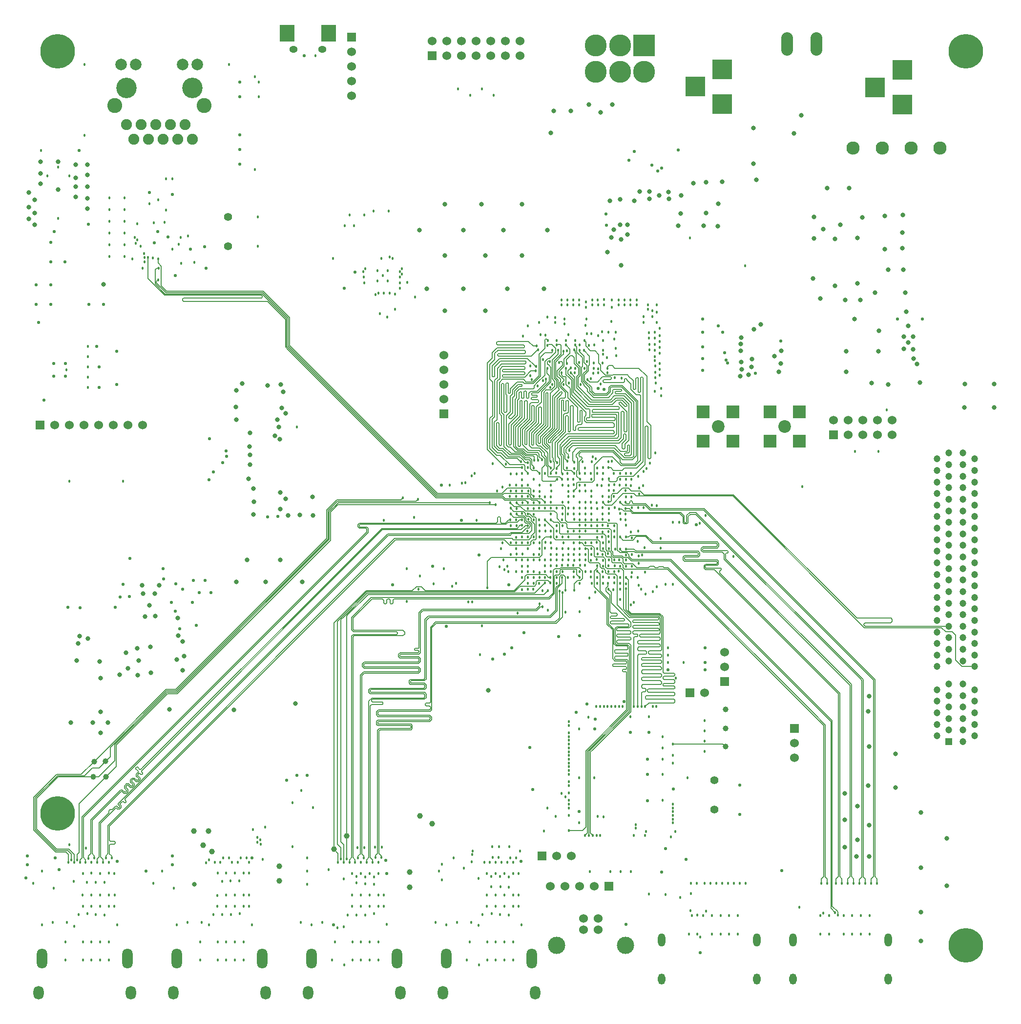
<source format=gbr>
G04 (created by PCBNEW (2013-07-07 BZR 4022)-stable) date 10/11/2015 03:16:48 PM*
%MOIN*%
G04 Gerber Fmt 3.4, Leading zero omitted, Abs format*
%FSLAX34Y34*%
G01*
G70*
G90*
G04 APERTURE LIST*
%ADD10C,0.00590551*%
%ADD11R,0.06X0.06*%
%ADD12C,0.06*%
%ADD13O,0.0511811X0.0905512*%
%ADD14O,0.0511811X0.0748031*%
%ADD15C,0.23622*%
%ADD16C,0.0905512*%
%ADD17R,0.0984252X0.11811*%
%ADD18O,0.0570866X0.0472441*%
%ADD19C,0.11811*%
%ADD20C,0.056*%
%ADD21O,0.0708661X0.137795*%
%ADD22O,0.0708661X0.0925197*%
%ADD23C,0.102362*%
%ADD24C,0.139764*%
%ADD25C,0.0751968*%
%ADD26C,0.0787402*%
%ADD27O,0.08X0.16*%
%ADD28R,0.1378X0.1378*%
%ADD29R,0.0472441X0.0472441*%
%ADD30C,0.0472441*%
%ADD31C,0.0866142*%
%ADD32R,0.0866142X0.0866142*%
%ADD33C,0.0393701*%
%ADD34C,0.15*%
%ADD35R,0.15X0.15*%
%ADD36C,0.018*%
%ADD37C,0.0318*%
%ADD38C,0.022*%
%ADD39C,0.005*%
G04 APERTURE END LIST*
G54D10*
G54D11*
X47605Y-49809D03*
G54D12*
X48605Y-49809D03*
X49605Y-49809D03*
X50605Y-49809D03*
X51605Y-49809D03*
X52605Y-49809D03*
X53605Y-49809D03*
X54605Y-49809D03*
G54D13*
X99019Y-84937D03*
X105515Y-84937D03*
G54D14*
X99019Y-87606D03*
X105515Y-87606D03*
G54D15*
X48820Y-24301D03*
X110820Y-85301D03*
X110820Y-24301D03*
G54D16*
X109035Y-30921D03*
X107066Y-30921D03*
X105097Y-30921D03*
X103129Y-30921D03*
G54D17*
X67317Y-23057D03*
X64482Y-23057D03*
G54D18*
X66884Y-24189D03*
X64915Y-24189D03*
G54D12*
X85730Y-83460D03*
X84730Y-83460D03*
X84730Y-84247D03*
X85730Y-84247D03*
G54D19*
X87592Y-85310D03*
X82868Y-85310D03*
G54D20*
X93660Y-76033D03*
X93660Y-74033D03*
G54D11*
X74385Y-24620D03*
G54D12*
X74385Y-23620D03*
X75385Y-24620D03*
X75385Y-23620D03*
X76385Y-24620D03*
X76385Y-23620D03*
X77385Y-24620D03*
X77385Y-23620D03*
X78385Y-24620D03*
X78385Y-23620D03*
X79385Y-24620D03*
X79385Y-23620D03*
X80385Y-24620D03*
X80385Y-23620D03*
G54D21*
X66160Y-86200D03*
X71987Y-86200D03*
G54D22*
X65924Y-88546D03*
X72223Y-88546D03*
G54D21*
X56960Y-86200D03*
X62787Y-86200D03*
G54D22*
X56724Y-88546D03*
X63023Y-88546D03*
G54D21*
X47760Y-86200D03*
X53587Y-86200D03*
G54D22*
X47524Y-88546D03*
X53823Y-88546D03*
G54D21*
X75360Y-86200D03*
X81187Y-86200D03*
G54D22*
X75124Y-88546D03*
X81423Y-88546D03*
G54D23*
X52701Y-28010D03*
X58800Y-28010D03*
G54D24*
X53500Y-26809D03*
X58000Y-26809D03*
G54D25*
X56498Y-29309D03*
X57998Y-30309D03*
X56998Y-30309D03*
X55998Y-30309D03*
X54998Y-30309D03*
X55498Y-29309D03*
X54498Y-29309D03*
X57498Y-29309D03*
G54D26*
X58361Y-25211D03*
X57361Y-25211D03*
X54140Y-25211D03*
X53140Y-25211D03*
G54D25*
X53498Y-29309D03*
X53998Y-30309D03*
G54D20*
X60447Y-35605D03*
X60447Y-37605D03*
G54D13*
X90034Y-84937D03*
X96531Y-84937D03*
G54D14*
X90034Y-87606D03*
X96531Y-87606D03*
G54D27*
X98602Y-23793D03*
X100602Y-23793D03*
G54D28*
X106478Y-27943D03*
X106478Y-25581D03*
X104628Y-26762D03*
X94182Y-27895D03*
X94182Y-25533D03*
X92332Y-26714D03*
G54D29*
X109631Y-71407D03*
G54D30*
X108843Y-71013D03*
X109631Y-70620D03*
X108843Y-70226D03*
X109631Y-69832D03*
X108843Y-69438D03*
X109631Y-69045D03*
X108843Y-68651D03*
X109631Y-68257D03*
X108843Y-67864D03*
X109631Y-67470D03*
X108843Y-66289D03*
X109631Y-65895D03*
X108843Y-65501D03*
X109631Y-65108D03*
X108843Y-64714D03*
X109631Y-64320D03*
X108843Y-63927D03*
X109631Y-63533D03*
X108843Y-63139D03*
X109631Y-62746D03*
X108843Y-62352D03*
X109631Y-61958D03*
X108843Y-61564D03*
X109631Y-61171D03*
X108843Y-60777D03*
X109631Y-60383D03*
X108843Y-59990D03*
X109631Y-59596D03*
X108843Y-59202D03*
X109631Y-58809D03*
X108843Y-58415D03*
X109631Y-58021D03*
X108843Y-57627D03*
X109631Y-57234D03*
X108843Y-56840D03*
X109631Y-56446D03*
X108843Y-56053D03*
X109631Y-55659D03*
X108843Y-55265D03*
X109631Y-54872D03*
X108843Y-54478D03*
X109631Y-54084D03*
X108843Y-53690D03*
X109631Y-53297D03*
X108843Y-52903D03*
X109631Y-52509D03*
X108843Y-52116D03*
X110615Y-71407D03*
X111402Y-71013D03*
X110615Y-70620D03*
X111402Y-70226D03*
X110615Y-69832D03*
X111402Y-69438D03*
X110615Y-69045D03*
X111402Y-68651D03*
X110615Y-68257D03*
X111402Y-67864D03*
X110615Y-67470D03*
X111402Y-66289D03*
X110615Y-65895D03*
X111402Y-65501D03*
X110615Y-65108D03*
X111402Y-64714D03*
X110615Y-64320D03*
X111402Y-63927D03*
X110615Y-63533D03*
X111402Y-63139D03*
X110615Y-62746D03*
X111402Y-62352D03*
X110615Y-61958D03*
X111402Y-61564D03*
X110615Y-61171D03*
X111402Y-60777D03*
X110615Y-60383D03*
X111402Y-59990D03*
X110615Y-59596D03*
X111402Y-59202D03*
X110615Y-58809D03*
X111402Y-58415D03*
X110615Y-58021D03*
X111402Y-57627D03*
X110615Y-57234D03*
X111402Y-56840D03*
X110615Y-56446D03*
X111402Y-56053D03*
X110615Y-55659D03*
X111402Y-55265D03*
X110615Y-54872D03*
X111402Y-54478D03*
X110615Y-54084D03*
X111402Y-53690D03*
X110615Y-53297D03*
X111402Y-52903D03*
X110615Y-52509D03*
X111402Y-52116D03*
X109631Y-51722D03*
X110615Y-51722D03*
G54D11*
X101772Y-50488D03*
G54D12*
X101772Y-49488D03*
X102772Y-50488D03*
X102772Y-49488D03*
X103772Y-50488D03*
X103772Y-49488D03*
X104772Y-50488D03*
X104772Y-49488D03*
X105772Y-50488D03*
X105772Y-49488D03*
G54D11*
X68890Y-23340D03*
G54D12*
X68890Y-24340D03*
X68890Y-25340D03*
X68890Y-26340D03*
X68890Y-27340D03*
G54D11*
X86441Y-81277D03*
G54D12*
X85441Y-81277D03*
X84441Y-81277D03*
X83441Y-81277D03*
X82441Y-81277D03*
G54D11*
X75172Y-49040D03*
G54D12*
X75172Y-48040D03*
X75172Y-47040D03*
X75172Y-46040D03*
X75172Y-45040D03*
G54D11*
X94331Y-67307D03*
G54D12*
X94331Y-66307D03*
X94331Y-65307D03*
G54D11*
X91969Y-68071D03*
G54D12*
X92969Y-68071D03*
G54D31*
X98450Y-49900D03*
G54D32*
X99453Y-48896D03*
X99453Y-50903D03*
X97446Y-50903D03*
X97446Y-48896D03*
G54D31*
X93900Y-49900D03*
G54D32*
X94903Y-48896D03*
X94903Y-50903D03*
X92896Y-50903D03*
X92896Y-48896D03*
G54D33*
X51237Y-73800D03*
X59100Y-77500D03*
X52086Y-72746D03*
X72850Y-80300D03*
X72850Y-81350D03*
X63950Y-79900D03*
X63950Y-80900D03*
X58100Y-77500D03*
X94400Y-71750D03*
X94400Y-70500D03*
X94400Y-69200D03*
G54D34*
X88856Y-25708D03*
X87206Y-25708D03*
X85556Y-25708D03*
X85556Y-23908D03*
X87206Y-23908D03*
G54D35*
X88856Y-23908D03*
G54D33*
X73560Y-76460D03*
X74380Y-77020D03*
X68540Y-77830D03*
X67670Y-78750D03*
X52101Y-73814D03*
X51300Y-72760D03*
X58750Y-78480D03*
X59340Y-78910D03*
G54D11*
X99110Y-70522D03*
G54D12*
X99110Y-71522D03*
X99110Y-72522D03*
G54D11*
X81887Y-79205D03*
G54D12*
X82887Y-79205D03*
X83887Y-79205D03*
G54D15*
X48820Y-76301D03*
G54D36*
X86298Y-45211D03*
X84816Y-52744D03*
X86041Y-44962D03*
X84651Y-52297D03*
X85077Y-44374D03*
X85245Y-53516D03*
X86653Y-52256D03*
X86429Y-43482D03*
X85730Y-43706D03*
X86409Y-52318D03*
X84846Y-54307D03*
X87303Y-46601D03*
X86919Y-44568D03*
X85645Y-53902D03*
X84445Y-53892D03*
X86029Y-45575D03*
X85697Y-45961D03*
X83675Y-54332D03*
X85641Y-53105D03*
X86031Y-44047D03*
X85723Y-46242D03*
X83627Y-53113D03*
X86039Y-44711D03*
X84029Y-53508D03*
X86350Y-46243D03*
X84460Y-54298D03*
X86049Y-53108D03*
X86823Y-43948D03*
X86951Y-45058D03*
X85548Y-52099D03*
X84810Y-53100D03*
X85407Y-45928D03*
X85434Y-44330D03*
X85359Y-51962D03*
X85428Y-45580D03*
X85276Y-52300D03*
X84779Y-45929D03*
X83657Y-53502D03*
X84775Y-44035D03*
X86419Y-52706D03*
X84743Y-44718D03*
X84435Y-53112D03*
X84441Y-44718D03*
X84475Y-53516D03*
X83046Y-45533D03*
X82485Y-53120D03*
X83346Y-44758D03*
X82464Y-52303D03*
X81701Y-53096D03*
X82266Y-44044D03*
X82161Y-46666D03*
X81603Y-52195D03*
X80928Y-53095D03*
X81605Y-44658D03*
X80907Y-52372D03*
X81459Y-46102D03*
X81505Y-44410D03*
X80511Y-52698D03*
X81487Y-45796D03*
X80442Y-52300D03*
X83205Y-46240D03*
X82890Y-52762D03*
X83505Y-44344D03*
X82902Y-52360D03*
X84073Y-53122D03*
X83841Y-45919D03*
X84075Y-52352D03*
X84144Y-44350D03*
X83625Y-52270D03*
X83833Y-46243D03*
X84083Y-44674D03*
X83731Y-51552D03*
X82890Y-44354D03*
X82491Y-52729D03*
X82263Y-45926D03*
X81882Y-52189D03*
X83261Y-53512D03*
X82996Y-44701D03*
X83567Y-45604D03*
X83669Y-52020D03*
X83265Y-53140D03*
X83517Y-45926D03*
X84990Y-46696D03*
X84048Y-54307D03*
X83665Y-53926D03*
X84430Y-45551D03*
X86443Y-53473D03*
X86352Y-45931D03*
X82899Y-53521D03*
X82413Y-45466D03*
X81354Y-52219D03*
X82249Y-44364D03*
X82584Y-44698D03*
X81305Y-52724D03*
X84939Y-45472D03*
X85638Y-52726D03*
X100957Y-81079D03*
X82090Y-56267D03*
X82488Y-56266D03*
X101357Y-81080D03*
X102071Y-83247D03*
X80133Y-55099D03*
X101874Y-83059D03*
X79719Y-55099D03*
X102362Y-81079D03*
X87622Y-58267D03*
X87604Y-57452D03*
X103162Y-81079D03*
X87571Y-55508D03*
X103962Y-81079D03*
X104762Y-81080D03*
X87586Y-55066D03*
X87205Y-58268D03*
X101962Y-81079D03*
X87207Y-57450D03*
X102761Y-81080D03*
X87163Y-55529D03*
X103562Y-81080D03*
X104362Y-81080D03*
X87216Y-55066D03*
X92045Y-81079D03*
X81699Y-58231D03*
X92445Y-81080D03*
X82076Y-58217D03*
X93087Y-82965D03*
X83640Y-57062D03*
X81310Y-60197D03*
X92890Y-83278D03*
X79594Y-59821D03*
X95395Y-81080D03*
X88511Y-54492D03*
X94595Y-81080D03*
X88455Y-55433D03*
X93794Y-81080D03*
X88421Y-57742D03*
X88481Y-58752D03*
X92995Y-81079D03*
X95795Y-81080D03*
X87976Y-54702D03*
X94995Y-81079D03*
X88803Y-55436D03*
X94195Y-81079D03*
X88006Y-57497D03*
X93395Y-81079D03*
X88717Y-58678D03*
X57727Y-36916D03*
X62276Y-32357D03*
X55678Y-34446D03*
X53908Y-38485D03*
X81305Y-55494D03*
X55673Y-38470D03*
X81301Y-54668D03*
X55669Y-39892D03*
X82094Y-55087D03*
X81705Y-55094D03*
X55698Y-39112D03*
X53367Y-38292D03*
X80139Y-56668D03*
X53366Y-34312D03*
X81688Y-55471D03*
X53367Y-35091D03*
X82488Y-55483D03*
X53366Y-35891D03*
X82484Y-55086D03*
X80935Y-54310D03*
X53366Y-36710D03*
X53366Y-37491D03*
X80527Y-54310D03*
X54233Y-37161D03*
X79735Y-56670D03*
X80919Y-55100D03*
X54990Y-38379D03*
X54143Y-37403D03*
X80927Y-55500D03*
X54469Y-37616D03*
X80539Y-55100D03*
X80125Y-54295D03*
X54720Y-38118D03*
X54734Y-38367D03*
X79734Y-54299D03*
X57228Y-37003D03*
X50638Y-30044D03*
X56203Y-35152D03*
X55095Y-34704D03*
X55298Y-38394D03*
X56655Y-37790D03*
X57069Y-37476D03*
X52336Y-35891D03*
X54233Y-36058D03*
X52335Y-37491D03*
G54D37*
X51931Y-40191D03*
G54D36*
X52336Y-36710D03*
X52337Y-35091D03*
X54070Y-37004D03*
X90809Y-60687D03*
X86030Y-54688D03*
X90465Y-65500D03*
X90316Y-60682D03*
X90465Y-65000D03*
X90465Y-66000D03*
X91561Y-66003D03*
X86063Y-57828D03*
X86427Y-57414D03*
X85641Y-55492D03*
X86027Y-55868D03*
X86461Y-58242D03*
X86391Y-58584D03*
X86025Y-56635D03*
X85659Y-56680D03*
X87121Y-59774D03*
X86861Y-59406D03*
X87207Y-59436D03*
X87161Y-59022D03*
X88492Y-59226D03*
X87999Y-59438D03*
X86057Y-58234D03*
X85621Y-57812D03*
X86021Y-57090D03*
X85639Y-57468D03*
X86796Y-54672D03*
X86786Y-54267D03*
X88790Y-53933D03*
X87607Y-53496D03*
X88821Y-52972D03*
X87951Y-53101D03*
X88409Y-60217D03*
X87966Y-60172D03*
X86447Y-59018D03*
X86027Y-58642D03*
X88000Y-58625D03*
X87609Y-58674D03*
X85659Y-56286D03*
X85261Y-56270D03*
X86811Y-53877D03*
X87171Y-53907D03*
X88518Y-54098D03*
X87571Y-54272D03*
X88447Y-53312D03*
X87991Y-53507D03*
X88920Y-59855D03*
X87606Y-59432D03*
X86031Y-55084D03*
X86401Y-55042D03*
X86436Y-55502D03*
X86026Y-55432D03*
X87218Y-53500D03*
X86387Y-56683D03*
X89980Y-57540D03*
X86817Y-57051D03*
X89970Y-58200D03*
X91250Y-56445D03*
X87259Y-56242D03*
X90800Y-56445D03*
X87586Y-56281D03*
X87221Y-53117D03*
X99636Y-54010D03*
X85622Y-55097D03*
X85229Y-55068D03*
X85243Y-55475D03*
X86438Y-53896D03*
X83665Y-54686D03*
X83667Y-55081D03*
X80518Y-53114D03*
G54D38*
X75002Y-53901D03*
G54D36*
X90123Y-71066D03*
X82882Y-60193D03*
X87227Y-61711D03*
X83705Y-70810D03*
X83670Y-58628D03*
X83705Y-71066D03*
X83275Y-58232D03*
X82521Y-58213D03*
X83705Y-71322D03*
X84029Y-59380D03*
X83705Y-70042D03*
X83665Y-59022D03*
X83705Y-70298D03*
X82881Y-58626D03*
X83706Y-76441D03*
X88924Y-69018D03*
X87603Y-60200D03*
X87604Y-60987D03*
X88668Y-69018D03*
X86380Y-60598D03*
X85085Y-77798D03*
X85341Y-77797D03*
X86407Y-61006D03*
X86826Y-60198D03*
X88284Y-77316D03*
X88291Y-77068D03*
X86754Y-61046D03*
X85204Y-59806D03*
X88924Y-77798D03*
X85632Y-60197D03*
X88981Y-77544D03*
X84451Y-57841D03*
X88412Y-69018D03*
X84850Y-58231D03*
X88156Y-69018D03*
X86363Y-69019D03*
X87211Y-60594D03*
X87219Y-61018D03*
X86107Y-69019D03*
X85851Y-69019D03*
X86026Y-59798D03*
X86433Y-60190D03*
X85595Y-69015D03*
X85639Y-59422D03*
X83705Y-77464D03*
X84829Y-77797D03*
X85659Y-59789D03*
X82486Y-59414D03*
X85597Y-77797D03*
X83705Y-74137D03*
X86041Y-59042D03*
X86418Y-59806D03*
X83705Y-74393D03*
X85251Y-58638D03*
X83230Y-74954D03*
X83705Y-74905D03*
X85617Y-58988D03*
X88136Y-61915D03*
X83482Y-75161D03*
X87952Y-62084D03*
X83704Y-75417D03*
X84846Y-58632D03*
X83705Y-75672D03*
X83705Y-75928D03*
X84846Y-59019D03*
X83705Y-71578D03*
X81702Y-60211D03*
X81921Y-61100D03*
X83705Y-71834D03*
X81672Y-60601D03*
X83705Y-72090D03*
X81293Y-61012D03*
X83705Y-72346D03*
X80917Y-60202D03*
X83705Y-72601D03*
X83705Y-72857D03*
X80926Y-61006D03*
X83705Y-73113D03*
X80909Y-60614D03*
X83705Y-73369D03*
X80526Y-61042D03*
X89691Y-69018D03*
X84828Y-59377D03*
X82881Y-59807D03*
X90814Y-76953D03*
X90815Y-76697D03*
X82487Y-59812D03*
X84060Y-58624D03*
X90814Y-76441D03*
X90815Y-76185D03*
X83332Y-57854D03*
X81711Y-59857D03*
X90815Y-75929D03*
X82093Y-59807D03*
X90815Y-75673D03*
X83257Y-59375D03*
X87131Y-69019D03*
X86619Y-69019D03*
X83274Y-59018D03*
X86032Y-60188D03*
X90123Y-71834D03*
X82093Y-59019D03*
X87387Y-69019D03*
X82882Y-59020D03*
X86875Y-69019D03*
X89436Y-69018D03*
X84480Y-59388D03*
X101088Y-83104D03*
X93042Y-55976D03*
X81307Y-56262D03*
X92636Y-56503D03*
X81693Y-56261D03*
X92103Y-83282D03*
X80220Y-62645D03*
X80518Y-59807D03*
X77295Y-53110D03*
X80523Y-53530D03*
X49408Y-46051D03*
X82083Y-54691D03*
X81729Y-54328D03*
X50865Y-45850D03*
X76639Y-53754D03*
X50865Y-46550D03*
X76400Y-53768D03*
X50865Y-47250D03*
X79689Y-53894D03*
X50865Y-44450D03*
X50865Y-45150D03*
X80517Y-53926D03*
X80519Y-60200D03*
X75761Y-60815D03*
X80151Y-53128D03*
X77067Y-53281D03*
X72643Y-59599D03*
X75564Y-53900D03*
X78143Y-60913D03*
X82487Y-57432D03*
X82111Y-57817D03*
X76004Y-60614D03*
X85113Y-61607D03*
X78524Y-79297D03*
X78918Y-79316D03*
X85221Y-60169D03*
X79115Y-79626D03*
X85508Y-61191D03*
X79508Y-79626D03*
X85635Y-60591D03*
X79705Y-79325D03*
X84454Y-59806D03*
X80099Y-79331D03*
X84849Y-59807D03*
X77138Y-78874D03*
X84435Y-58642D03*
X84062Y-59807D03*
X77933Y-79626D03*
X78327Y-79626D03*
X84048Y-60172D03*
X81303Y-59803D03*
X77070Y-79616D03*
X84445Y-59005D03*
X77114Y-79113D03*
X82487Y-59019D03*
X75861Y-79354D03*
X69324Y-79354D03*
X81712Y-62012D03*
X69718Y-79347D03*
X81930Y-62206D03*
X69914Y-79626D03*
X83471Y-61089D03*
X70308Y-79626D03*
X83260Y-60211D03*
X70506Y-79300D03*
X83078Y-61123D03*
X70899Y-79312D03*
X83274Y-61254D03*
X68536Y-79408D03*
X82287Y-61090D03*
X84067Y-61081D03*
X68734Y-79625D03*
X84450Y-60190D03*
X69127Y-79625D03*
X82459Y-60203D03*
X67947Y-79625D03*
X82093Y-60580D03*
X68340Y-79627D03*
X68142Y-79414D03*
X82460Y-60568D03*
X50924Y-79359D03*
X80516Y-56655D03*
X51318Y-79343D03*
X80914Y-56657D03*
X51515Y-79625D03*
X79731Y-55880D03*
X51910Y-79625D03*
X80147Y-55878D03*
X52106Y-79349D03*
X79733Y-55478D03*
X52499Y-79342D03*
X80912Y-55871D03*
X78697Y-55249D03*
X80948Y-56229D03*
X50137Y-79478D03*
X79719Y-56264D03*
X50334Y-79629D03*
X80525Y-56270D03*
X50727Y-79623D03*
X72371Y-54787D03*
X79669Y-54672D03*
X49546Y-79633D03*
X49940Y-79629D03*
X78314Y-55092D03*
X80507Y-54666D03*
X80512Y-55854D03*
X73418Y-54865D03*
X49743Y-79478D03*
X79731Y-57834D03*
X60124Y-79348D03*
X80517Y-57848D03*
X60518Y-79354D03*
X79740Y-58634D03*
X60715Y-79625D03*
X61109Y-79625D03*
X80136Y-58619D03*
X81700Y-57445D03*
X61305Y-79344D03*
X61699Y-79343D03*
X81701Y-57837D03*
X62668Y-78420D03*
X79318Y-59658D03*
X59533Y-79628D03*
X81715Y-57043D03*
X59928Y-79625D03*
X82111Y-57042D03*
X78977Y-59481D03*
X62456Y-77946D03*
X59142Y-79488D03*
X62453Y-78263D03*
X77102Y-61876D03*
X80516Y-59021D03*
X58948Y-79663D03*
X79231Y-59006D03*
X76844Y-61878D03*
X62663Y-78106D03*
X80914Y-57840D03*
X72693Y-40057D03*
X80915Y-57447D03*
X72189Y-39719D03*
X72297Y-39522D03*
X80520Y-59448D03*
X80914Y-59017D03*
X72190Y-39324D03*
X80124Y-57840D03*
X72299Y-39128D03*
X79085Y-58243D03*
X71686Y-38428D03*
X71489Y-38323D03*
X80535Y-58612D03*
X70899Y-38427D03*
X80912Y-58228D03*
X80886Y-57025D03*
X71489Y-40812D03*
X72188Y-40112D03*
X81306Y-57444D03*
X70505Y-40917D03*
X80518Y-57445D03*
X70702Y-40812D03*
X81306Y-59018D03*
X80904Y-59448D03*
X73163Y-56122D03*
X71095Y-40812D03*
G54D38*
X90054Y-80315D03*
G54D36*
X77788Y-63509D03*
X84445Y-62530D03*
X82881Y-58234D03*
X76968Y-27311D03*
X87961Y-80289D03*
X89723Y-60847D03*
X76150Y-26881D03*
X89456Y-61176D03*
X87260Y-80289D03*
X87198Y-60190D03*
X83495Y-62560D03*
X82485Y-58625D03*
X81703Y-59016D03*
X82289Y-62446D03*
X47160Y-81069D03*
X55360Y-81069D03*
X76083Y-83727D03*
X66883Y-83728D03*
X74623Y-83727D03*
X57683Y-83727D03*
X48483Y-83727D03*
X64859Y-78577D03*
X65423Y-83737D03*
X64859Y-75569D03*
G54D37*
X105271Y-37790D03*
X101866Y-37112D03*
X100459Y-37056D03*
X103406Y-37049D03*
X106497Y-35471D03*
X106488Y-37739D03*
X106470Y-36664D03*
X105279Y-35536D03*
X101095Y-36436D03*
X100450Y-35611D03*
X102250Y-36151D03*
X103750Y-35641D03*
X96300Y-29546D03*
X110700Y-48600D03*
X104384Y-46924D03*
X105500Y-47038D03*
X104845Y-44776D03*
X104871Y-43377D03*
X110750Y-47000D03*
G54D36*
X83277Y-59804D03*
X77656Y-65462D03*
G54D38*
X81048Y-71818D03*
G54D36*
X77768Y-26882D03*
X88942Y-61353D03*
X85160Y-80289D03*
X85677Y-58614D03*
X78568Y-27311D03*
X88640Y-61012D03*
X86424Y-59413D03*
X86560Y-80289D03*
G54D38*
X81254Y-74680D03*
G54D36*
X82815Y-76500D03*
G54D38*
X65644Y-24615D03*
G54D36*
X69752Y-40112D03*
X67615Y-38450D03*
X68733Y-35471D03*
X66412Y-24597D03*
X69696Y-39325D03*
X69798Y-39128D03*
X50531Y-82640D03*
X50250Y-83200D03*
X49950Y-84000D03*
X78400Y-81300D03*
X78721Y-81870D03*
X76550Y-80050D03*
X77800Y-83200D03*
X78130Y-82643D03*
X77550Y-83950D03*
X68350Y-84050D03*
X69200Y-83250D03*
X68930Y-82639D03*
X68600Y-83250D03*
X67900Y-84100D03*
X69200Y-81050D03*
X68926Y-80411D03*
X67300Y-80150D03*
X59730Y-82636D03*
X59450Y-83200D03*
X59150Y-83900D03*
X79902Y-81867D03*
X79600Y-81350D03*
X79311Y-81868D03*
X79050Y-81300D03*
X79902Y-82644D03*
X79600Y-83250D03*
X79311Y-82643D03*
X79000Y-83200D03*
X78721Y-82632D03*
X78450Y-83150D03*
X51713Y-80395D03*
X52000Y-81000D03*
X51123Y-80387D03*
X51400Y-81000D03*
X50533Y-80391D03*
X50800Y-81000D03*
X52302Y-82631D03*
X51400Y-83200D03*
X51122Y-82635D03*
X50850Y-83150D03*
X51713Y-82632D03*
X52000Y-83250D03*
X60321Y-82628D03*
X60050Y-83200D03*
X60650Y-83200D03*
X60911Y-82635D03*
X61250Y-83150D03*
X61502Y-82634D03*
X70112Y-82634D03*
X70400Y-83150D03*
X69523Y-82631D03*
X69800Y-83250D03*
X70112Y-80413D03*
X70400Y-81150D03*
X69523Y-80398D03*
X69800Y-81100D03*
X61504Y-80381D03*
X61200Y-80900D03*
X60913Y-80381D03*
X60600Y-80900D03*
X60322Y-80379D03*
X60050Y-80950D03*
X59732Y-80376D03*
G54D37*
X58150Y-81150D03*
X107750Y-83050D03*
X60850Y-69250D03*
X56450Y-69200D03*
X103400Y-78100D03*
X103400Y-75800D03*
X102550Y-74950D03*
X102550Y-76750D03*
X102550Y-78600D03*
X103350Y-79250D03*
X104150Y-69350D03*
X104200Y-71750D03*
X104200Y-79250D03*
X104200Y-77100D03*
X104150Y-74400D03*
X106000Y-72250D03*
X107750Y-76250D03*
X109500Y-78000D03*
X106000Y-74550D03*
X104200Y-68300D03*
X109500Y-81250D03*
X107750Y-80000D03*
X65050Y-68800D03*
X55166Y-66699D03*
X63000Y-60500D03*
X65500Y-60500D03*
X64000Y-59000D03*
X61750Y-59000D03*
X61000Y-60500D03*
G54D38*
X58881Y-60410D03*
G54D37*
X75250Y-42000D03*
X78000Y-42000D03*
X79500Y-40500D03*
X76500Y-40500D03*
X74000Y-40500D03*
X75250Y-38250D03*
X80500Y-34750D03*
X78000Y-38250D03*
X80500Y-38250D03*
X82250Y-36500D03*
X79250Y-36500D03*
X76500Y-36500D03*
X73500Y-36500D03*
X75250Y-34750D03*
X77750Y-34750D03*
X82000Y-40500D03*
X107750Y-85000D03*
G54D38*
X65150Y-73700D03*
X64450Y-74050D03*
X65850Y-73700D03*
X54850Y-80250D03*
X56650Y-79200D03*
X56650Y-79800D03*
X48900Y-80150D03*
X48650Y-79350D03*
X46650Y-80700D03*
X46750Y-79200D03*
X46750Y-79800D03*
X90329Y-78721D03*
G54D36*
X100890Y-84545D03*
X101480Y-84545D03*
X102464Y-84546D03*
G54D38*
X92693Y-85800D03*
G54D36*
X93480Y-84544D03*
X92495Y-84544D03*
X91905Y-84547D03*
G54D38*
X87620Y-83881D03*
G54D36*
X90298Y-81832D03*
X104236Y-83282D03*
X104236Y-84545D03*
X103647Y-83282D03*
X103646Y-84544D03*
X103055Y-83282D03*
X103055Y-84545D03*
X102464Y-83282D03*
X101480Y-83282D03*
X100889Y-83282D03*
X104850Y-51600D03*
X75333Y-83895D03*
X66131Y-83910D03*
X91008Y-67061D03*
G54D37*
X86670Y-27940D03*
X85080Y-27950D03*
X85870Y-28460D03*
G54D36*
X93480Y-83269D03*
X94661Y-83282D03*
X94661Y-84545D03*
X94070Y-84545D03*
X79502Y-59451D03*
X82486Y-53901D03*
X80296Y-81867D03*
X80296Y-82643D03*
X78130Y-81875D03*
X78721Y-79624D03*
X78721Y-80399D03*
X79902Y-79624D03*
X80296Y-80400D03*
X79902Y-80399D03*
X70702Y-79624D03*
X70701Y-80396D03*
X92017Y-82953D03*
X78726Y-85057D03*
X79317Y-85057D03*
X79907Y-85057D03*
X79907Y-86320D03*
X79317Y-86320D03*
X78726Y-86320D03*
X78136Y-86320D03*
X78136Y-85057D03*
X76955Y-85056D03*
X68372Y-86630D03*
X68936Y-86319D03*
X69527Y-86320D03*
X70117Y-86320D03*
X70708Y-86320D03*
X70708Y-85057D03*
X70117Y-85057D03*
X69527Y-85057D03*
X68936Y-85057D03*
X67754Y-85057D03*
X61508Y-85056D03*
X61508Y-86320D03*
X60917Y-85057D03*
X60917Y-86319D03*
X60326Y-86320D03*
X60326Y-85057D03*
X59736Y-85057D03*
X59736Y-86320D03*
X58555Y-85057D03*
X58554Y-86320D03*
X49355Y-85057D03*
X49355Y-86319D03*
X50536Y-86319D03*
X51126Y-86320D03*
X51717Y-86320D03*
X52307Y-86320D03*
X52308Y-85057D03*
X51717Y-85057D03*
X51127Y-85057D03*
X50536Y-85057D03*
X87613Y-54701D03*
X82881Y-57055D03*
X86865Y-58279D03*
X86445Y-57762D03*
X87621Y-56638D03*
X49615Y-53636D03*
G54D38*
X71224Y-79492D03*
G54D36*
X82261Y-75942D03*
G54D38*
X95385Y-74368D03*
X95377Y-76370D03*
G54D37*
X48850Y-31850D03*
X47650Y-31850D03*
X47650Y-32650D03*
X47650Y-33350D03*
G54D36*
X48850Y-32208D03*
G54D37*
X46850Y-33950D03*
X46850Y-34950D03*
X46850Y-35750D03*
X47250Y-36150D03*
X47250Y-35350D03*
X47250Y-34450D03*
X48850Y-33750D03*
X50050Y-32050D03*
X50850Y-32050D03*
X50850Y-32750D03*
X50850Y-33550D03*
X50850Y-34350D03*
X50850Y-35050D03*
G54D36*
X49623Y-32790D03*
G54D37*
X50050Y-34250D03*
X50050Y-33550D03*
X50050Y-32950D03*
G54D38*
X92400Y-56593D03*
G54D36*
X77428Y-56292D03*
X74492Y-60625D03*
X72642Y-61823D03*
G54D38*
X90836Y-74649D03*
X84416Y-76187D03*
G54D36*
X84451Y-55867D03*
G54D38*
X93019Y-65000D03*
X93021Y-66499D03*
X93021Y-66001D03*
X53735Y-58911D03*
X58066Y-60410D03*
X58006Y-61910D03*
X58270Y-63473D03*
X49352Y-46485D03*
X48541Y-46484D03*
X47887Y-48090D03*
X52840Y-47033D03*
X52839Y-44789D03*
X47499Y-42815D03*
X51932Y-41559D03*
X50932Y-41558D03*
X48331Y-41558D03*
X47332Y-41559D03*
X49325Y-38660D03*
X48350Y-38660D03*
X50910Y-36100D03*
X50272Y-31078D03*
X61241Y-26392D03*
X61242Y-27392D03*
X61242Y-29992D03*
X61242Y-30992D03*
X61244Y-31992D03*
X59176Y-50753D03*
X87804Y-31727D03*
X69098Y-39382D03*
X68376Y-40457D03*
G54D36*
X89730Y-55300D03*
G54D38*
X83027Y-64228D03*
X80646Y-63960D03*
X79310Y-65442D03*
X78499Y-65771D03*
X84932Y-68844D03*
X85528Y-69868D03*
X87469Y-68666D03*
X89180Y-70759D03*
X87901Y-70758D03*
X84226Y-69397D03*
X85493Y-70554D03*
X89076Y-75424D03*
X89075Y-73624D03*
X89080Y-72594D03*
G54D37*
X96299Y-31964D03*
X112759Y-48599D03*
X112760Y-47000D03*
X101350Y-33641D03*
X102850Y-33640D03*
G54D36*
X68407Y-36215D03*
X69060Y-36215D03*
X65157Y-49954D03*
X95755Y-38944D03*
X91989Y-37042D03*
X105400Y-48787D03*
X99453Y-82718D03*
X92496Y-83251D03*
X95252Y-83282D03*
X94071Y-83283D03*
X95251Y-84545D03*
X89190Y-81808D03*
X80490Y-83896D03*
X77579Y-86634D03*
X69521Y-79628D03*
X71096Y-81876D03*
X71096Y-82635D03*
X70702Y-82636D03*
X71290Y-83876D03*
X56932Y-83895D03*
X61895Y-79631D03*
X61896Y-80382D03*
X61895Y-81885D03*
X61895Y-82634D03*
X62089Y-83895D03*
X51121Y-79637D03*
X52302Y-79623D03*
X52696Y-80391D03*
X52696Y-82629D03*
X52700Y-81874D03*
X52886Y-83895D03*
X47733Y-83895D03*
X92976Y-71373D03*
X92975Y-72074D03*
X90815Y-72346D03*
X90815Y-72858D03*
X83706Y-73626D03*
X85458Y-73874D03*
X85666Y-76522D03*
X86076Y-76536D03*
X88156Y-77795D03*
X90967Y-77527D03*
G54D38*
X56650Y-34075D03*
X55075Y-33946D03*
X58951Y-39118D03*
X58852Y-37641D03*
X57883Y-37822D03*
G54D36*
X54605Y-39112D03*
X52336Y-34311D03*
X52335Y-38291D03*
X55388Y-35992D03*
G54D38*
X55650Y-36609D03*
G54D36*
X56108Y-35965D03*
X62494Y-37605D03*
X62484Y-35606D03*
X48111Y-32790D03*
X48850Y-35721D03*
X47672Y-31059D03*
X50631Y-25216D03*
X73209Y-41066D03*
X70812Y-42219D03*
X71297Y-42434D03*
X71853Y-41901D03*
X70657Y-39959D03*
X71004Y-39608D03*
X70657Y-39280D03*
X71336Y-39280D03*
X71336Y-39959D03*
G54D37*
X102661Y-46177D03*
G54D38*
X59445Y-53022D03*
G54D37*
X106889Y-43039D03*
X106680Y-40780D03*
X106733Y-42085D03*
X107687Y-46910D03*
X107470Y-45629D03*
X107243Y-45274D03*
X106583Y-44614D03*
X107228Y-44641D03*
X106580Y-43762D03*
X106895Y-44176D03*
X107207Y-43762D03*
G54D36*
X69761Y-35479D03*
X70391Y-35213D03*
X88460Y-57030D03*
X80913Y-59812D03*
X81317Y-57838D03*
X81309Y-58636D03*
X81309Y-55891D03*
X79312Y-80411D03*
X78130Y-80414D03*
X81699Y-54687D03*
X82876Y-59407D03*
X83311Y-58667D03*
X84089Y-59046D03*
X80127Y-59020D03*
X80905Y-54674D03*
X81309Y-53513D03*
X86793Y-53113D03*
G54D38*
X79611Y-60692D03*
G54D36*
X80119Y-57466D03*
X84454Y-56264D03*
X84854Y-56651D03*
X85243Y-58237D03*
X86446Y-54707D03*
X86457Y-56318D03*
X86806Y-60589D03*
X86425Y-57068D03*
X82093Y-60205D03*
X84857Y-55862D03*
X87221Y-55852D03*
G54D37*
X61421Y-46973D03*
X61011Y-47443D03*
X60981Y-48573D03*
X61021Y-49433D03*
X61941Y-50343D03*
X61847Y-53463D03*
X62169Y-54128D03*
X62190Y-55913D03*
X62197Y-55031D03*
X53605Y-66419D03*
X53479Y-65355D03*
X54242Y-65054D03*
X54340Y-65880D03*
X54284Y-66874D03*
X53038Y-66832D03*
X51750Y-67060D03*
X91378Y-34146D03*
G54D38*
X92837Y-46086D03*
X96437Y-46286D03*
G54D36*
X86040Y-59425D03*
G54D37*
X105513Y-39212D03*
X106549Y-39205D03*
X103197Y-42586D03*
X102653Y-44770D03*
X103625Y-41256D03*
X102575Y-41276D03*
X100885Y-41186D03*
X100395Y-39806D03*
X101895Y-40306D03*
X103415Y-40126D03*
X104625Y-40756D03*
X93911Y-34693D03*
X94170Y-33220D03*
X93096Y-33249D03*
X92228Y-33312D03*
X88563Y-33871D03*
X88178Y-34494D03*
X86519Y-34508D03*
X87198Y-34417D03*
X89226Y-34387D03*
X89208Y-33888D03*
X90558Y-34374D03*
X89888Y-34126D03*
X90527Y-33892D03*
X54578Y-60749D03*
X55740Y-60728D03*
X55159Y-64928D03*
X54663Y-61310D03*
X55446Y-61319D03*
X55474Y-62842D03*
X55070Y-62110D03*
X54774Y-62856D03*
X61916Y-51269D03*
X61941Y-51853D03*
X61952Y-52502D03*
X97737Y-45096D03*
X98202Y-44736D03*
X98187Y-45606D03*
X98052Y-46176D03*
X96343Y-43261D03*
X96819Y-42939D03*
X95972Y-46362D03*
X96182Y-45844D03*
X96203Y-45305D03*
X95412Y-46488D03*
X95517Y-46012D03*
X95489Y-45501D03*
X95437Y-44280D03*
X95441Y-44752D03*
X95465Y-43846D03*
G54D38*
X92837Y-45286D03*
X92837Y-44486D03*
X92837Y-42586D03*
X92837Y-43486D03*
X91188Y-31026D03*
X56344Y-36959D03*
X55417Y-37363D03*
G54D36*
X50527Y-81878D03*
X51116Y-81875D03*
X51707Y-81876D03*
X52301Y-81873D03*
X52304Y-80385D03*
X61504Y-81875D03*
X60909Y-81879D03*
X60319Y-81881D03*
X59728Y-81892D03*
X68927Y-81883D03*
X69519Y-81878D03*
X70109Y-81884D03*
X70703Y-81879D03*
G54D38*
X77571Y-58678D03*
G54D36*
X89026Y-52762D03*
X81566Y-47140D03*
X81939Y-46784D03*
X84032Y-53888D03*
X83205Y-41272D03*
X83616Y-41263D03*
X84027Y-41260D03*
X84420Y-41257D03*
X84882Y-41399D03*
X85325Y-41260D03*
X85693Y-41260D03*
X86109Y-41250D03*
X87120Y-41275D03*
X87516Y-41281D03*
X88356Y-41281D03*
X87906Y-41287D03*
X83596Y-52753D03*
X80157Y-55522D03*
X79418Y-52483D03*
X79185Y-57855D03*
X82883Y-44048D03*
X83279Y-55870D03*
X87999Y-55432D03*
X83272Y-57449D03*
X84456Y-57050D03*
X84848Y-57050D03*
X79165Y-54050D03*
X80125Y-53906D03*
X87621Y-58992D03*
X87951Y-53927D03*
X83661Y-55861D03*
X84847Y-57836D03*
X89584Y-43487D03*
X89571Y-43882D03*
X89593Y-44302D03*
X89566Y-44707D03*
X89616Y-46588D03*
X89613Y-46192D03*
X89607Y-45787D03*
X89593Y-45418D03*
X86903Y-43482D03*
X86841Y-46579D03*
X89593Y-47494D03*
X86637Y-41278D03*
X85884Y-46999D03*
X85377Y-46276D03*
X85991Y-43432D03*
X83671Y-43631D03*
X83513Y-44038D03*
X83397Y-42578D03*
X85235Y-43580D03*
X84149Y-44038D03*
X84150Y-45928D03*
X82258Y-42448D03*
X80901Y-43046D03*
X81792Y-43639D03*
X82104Y-43681D03*
X81955Y-45348D03*
X81088Y-45787D03*
X82587Y-47023D03*
X82794Y-42475D03*
X88482Y-60730D03*
X85954Y-53935D03*
X85242Y-54688D03*
X85197Y-53117D03*
X82092Y-53102D03*
X83650Y-60214D03*
X89613Y-51719D03*
X84922Y-42560D03*
X85276Y-60608D03*
X55950Y-80239D03*
X47750Y-80239D03*
X65450Y-74750D03*
X84462Y-44354D03*
X85213Y-46630D03*
X73450Y-61008D03*
X73534Y-60115D03*
X86435Y-55852D03*
X82489Y-54691D03*
X53282Y-53636D03*
X71096Y-56317D03*
X56223Y-33006D03*
X57251Y-38776D03*
X56648Y-33008D03*
X58136Y-38690D03*
X90816Y-71578D03*
G54D38*
X90048Y-32272D03*
X58470Y-61243D03*
X52752Y-62239D03*
X53070Y-61537D03*
X60308Y-51568D03*
X60341Y-51953D03*
X89780Y-32476D03*
X89376Y-32062D03*
X56592Y-61913D03*
X56870Y-60645D03*
X56036Y-60310D03*
X53717Y-61519D03*
X60076Y-52365D03*
X53268Y-60689D03*
X59271Y-61243D03*
X57335Y-61010D03*
X106145Y-42576D03*
X107845Y-42576D03*
G54D37*
X96530Y-33080D03*
X99080Y-29920D03*
X99580Y-28680D03*
X82667Y-28362D03*
X83852Y-28362D03*
G54D36*
X76758Y-86322D03*
X67558Y-86316D03*
X92692Y-84753D03*
X92045Y-81772D03*
X91316Y-82050D03*
G54D37*
X82490Y-29860D03*
G54D38*
X59141Y-53553D03*
X56002Y-59610D03*
G54D37*
X57462Y-65586D03*
X57357Y-66531D03*
G54D36*
X71423Y-35214D03*
G54D37*
X57059Y-64187D03*
X57347Y-64570D03*
G54D38*
X57133Y-63712D03*
X88189Y-31155D03*
G54D37*
X93883Y-36230D03*
X92930Y-36219D03*
X63147Y-47112D03*
X64031Y-47043D03*
X64391Y-49013D03*
X64101Y-48643D03*
X64201Y-47533D03*
X57020Y-62970D03*
G54D38*
X56857Y-62503D03*
G54D36*
X66248Y-75917D03*
X48547Y-81418D03*
X56748Y-81418D03*
G54D37*
X56944Y-65803D03*
X91363Y-35369D03*
X91195Y-36209D03*
X93085Y-35327D03*
X63968Y-50789D03*
X63660Y-50530D03*
X63905Y-49949D03*
X63828Y-49438D03*
G54D36*
X87586Y-55872D03*
G54D37*
X66227Y-54707D03*
X66241Y-55960D03*
X65331Y-55932D03*
X64561Y-55960D03*
X64008Y-55554D03*
X64008Y-54399D03*
X64365Y-54833D03*
G54D36*
X87960Y-57090D03*
X89373Y-55258D03*
X88889Y-58186D03*
X83273Y-56658D03*
X82879Y-56658D03*
X82875Y-57448D03*
X86831Y-55452D03*
X86811Y-56662D03*
X86824Y-57446D03*
X83667Y-55476D03*
X84061Y-55869D03*
X84849Y-56262D03*
X84060Y-57842D03*
X83269Y-55486D03*
X84081Y-56254D03*
X83670Y-57440D03*
X82489Y-57839D03*
G54D38*
X63831Y-56047D03*
X63133Y-56069D03*
G54D36*
X84848Y-55081D03*
X83251Y-56272D03*
X85242Y-56657D03*
X84848Y-55476D03*
X84456Y-56655D03*
X84062Y-57050D03*
X85245Y-57841D03*
X84455Y-57445D03*
G54D37*
X87290Y-38893D03*
G54D36*
X81174Y-46693D03*
X86019Y-53500D03*
G54D37*
X86612Y-36993D03*
X86769Y-36471D03*
X87206Y-36147D03*
X86333Y-37996D03*
X87719Y-36142D03*
X87714Y-36813D03*
X87273Y-37155D03*
G54D38*
X94197Y-43486D03*
X93913Y-43049D03*
X86268Y-36180D03*
X86244Y-35418D03*
G54D36*
X84841Y-42996D03*
X81715Y-53906D03*
X84828Y-53909D03*
X80901Y-52720D03*
X87603Y-53116D03*
X86037Y-52722D03*
X84036Y-54679D03*
X83292Y-53920D03*
X82851Y-53088D03*
X84079Y-52758D03*
X86616Y-42732D03*
G54D38*
X85713Y-47290D03*
X86103Y-47365D03*
G54D36*
X83397Y-42911D03*
X83595Y-44755D03*
X84126Y-46228D03*
X83346Y-47044D03*
X84528Y-47041D03*
X80589Y-43744D03*
X81696Y-42821D03*
X81093Y-46450D03*
X82788Y-42820D03*
X82449Y-47242D03*
X103250Y-51600D03*
X82083Y-56648D03*
X80125Y-59806D03*
X81302Y-60590D03*
X79602Y-80636D03*
X79012Y-80618D03*
X78420Y-80608D03*
X77558Y-80730D03*
X70414Y-80628D03*
X69824Y-80634D03*
X69211Y-80607D03*
G54D38*
X62070Y-79341D03*
G54D36*
X80364Y-78884D03*
X79652Y-78580D03*
X78962Y-78584D03*
X78467Y-78578D03*
X70932Y-78599D03*
X70474Y-78598D03*
X69759Y-78644D03*
X69286Y-78646D03*
G54D38*
X56858Y-39591D03*
X71293Y-80417D03*
G54D36*
X81999Y-77516D03*
G54D38*
X76380Y-56292D03*
G54D36*
X58640Y-83727D03*
X75178Y-59603D03*
G54D38*
X67633Y-83916D03*
X52871Y-79557D03*
X80453Y-79584D03*
X98173Y-44087D03*
X48586Y-36600D03*
X48346Y-37335D03*
X48332Y-40242D03*
X47333Y-40240D03*
X48542Y-45618D03*
X49351Y-45618D03*
X51650Y-47250D03*
X51650Y-45850D03*
X51486Y-44450D03*
X84436Y-64180D03*
G54D37*
X51225Y-70090D03*
G54D36*
X94945Y-58780D03*
X91820Y-73888D03*
X77041Y-83727D03*
X62975Y-77241D03*
X62135Y-77409D03*
X62828Y-79446D03*
X49925Y-80934D03*
X49600Y-78443D03*
X50745Y-78666D03*
X49441Y-83727D03*
X92976Y-69973D03*
X92976Y-70673D03*
X90675Y-77912D03*
X75050Y-80838D03*
X74836Y-80251D03*
X75050Y-79786D03*
X68340Y-80774D03*
X65836Y-79350D03*
X65835Y-80250D03*
X65835Y-81150D03*
X54757Y-38668D03*
X62541Y-27392D03*
X60503Y-25211D03*
X62542Y-26392D03*
X62277Y-26028D03*
X72184Y-40468D03*
X69719Y-39717D03*
X71854Y-40878D03*
X78829Y-54301D03*
G54D38*
X74428Y-59451D03*
X71687Y-60706D03*
X75350Y-63526D03*
G54D37*
X78221Y-67915D03*
G54D38*
X79811Y-65017D03*
G54D36*
X84454Y-55475D03*
X85251Y-55862D03*
X85645Y-57044D03*
X81303Y-54322D03*
G54D37*
X52257Y-70090D03*
X51738Y-69380D03*
X51739Y-70798D03*
G54D36*
X83644Y-59379D03*
X86816Y-59806D03*
X87613Y-60636D03*
X86049Y-60605D03*
X84455Y-60593D03*
X84089Y-58270D03*
X85040Y-69734D03*
G54D38*
X90465Y-66500D03*
G54D36*
X82883Y-60596D03*
X82094Y-59414D03*
X81693Y-58638D03*
X87997Y-59880D03*
X85853Y-77797D03*
X84399Y-70554D03*
X85221Y-59047D03*
X86011Y-56252D03*
X85636Y-58234D03*
X82515Y-54314D03*
X82483Y-57047D03*
X81299Y-55096D03*
X82095Y-55478D03*
X78511Y-52442D03*
X79741Y-53126D03*
X80121Y-54671D03*
X80909Y-53901D03*
X84454Y-58231D03*
X86801Y-59022D03*
X85991Y-57442D03*
X86436Y-54289D03*
X87597Y-53908D03*
X80126Y-58229D03*
X81703Y-56648D03*
X83272Y-55086D03*
X82477Y-55862D03*
X80127Y-56266D03*
X83668Y-58234D03*
X84430Y-73881D03*
X87900Y-69710D03*
X89179Y-69710D03*
X90123Y-72601D03*
X90123Y-73625D03*
X90123Y-75417D03*
X84397Y-76952D03*
G54D38*
X91700Y-79435D03*
X98258Y-80197D03*
G54D37*
X49726Y-70090D03*
X50326Y-64190D03*
X50123Y-65880D03*
X51665Y-65934D03*
X50870Y-64361D03*
X50218Y-64721D03*
G54D38*
X49510Y-62240D03*
X50340Y-62280D03*
X94337Y-44886D03*
X94437Y-45386D03*
X94537Y-45586D03*
G54D36*
X90011Y-47792D03*
X90011Y-47292D03*
X89911Y-46392D03*
X89911Y-45992D03*
X89911Y-45592D03*
X89911Y-44892D03*
X89911Y-44492D03*
X89911Y-44092D03*
X89911Y-43692D03*
X89911Y-43192D03*
X89111Y-41892D03*
X89411Y-41992D03*
X89411Y-42392D03*
X88811Y-42392D03*
X88811Y-42792D03*
X89711Y-42792D03*
X89711Y-42092D03*
X89711Y-41592D03*
X89111Y-41592D03*
X89631Y-46940D03*
X83202Y-41618D03*
X87109Y-41606D03*
X87527Y-41612D03*
X87913Y-41616D03*
X88356Y-41602D03*
X89187Y-43495D03*
X89193Y-43876D03*
X89199Y-44298D03*
X89203Y-44687D03*
X89569Y-45144D03*
X86637Y-41758D03*
X85321Y-41610D03*
X85715Y-41602D03*
X86109Y-41599D03*
X83610Y-41617D03*
X84003Y-41608D03*
X84411Y-41614D03*
X84864Y-41764D03*
X84457Y-55084D03*
X85255Y-54316D03*
X89238Y-52402D03*
X82880Y-55476D03*
X84055Y-55470D03*
X83715Y-46940D03*
X84957Y-43582D03*
G54D39*
X88347Y-52730D02*
X87523Y-52730D01*
X88270Y-46821D02*
X88270Y-47323D01*
X88099Y-46925D02*
X88099Y-46781D01*
X87820Y-46502D02*
X88067Y-46749D01*
X87703Y-46385D02*
X86720Y-46385D01*
X86720Y-46385D02*
X86694Y-46411D01*
X86694Y-46411D02*
X86229Y-46411D01*
X86229Y-46411D02*
X85892Y-46074D01*
X85892Y-46074D02*
X85892Y-45720D01*
X85892Y-45720D02*
X85755Y-45583D01*
X85755Y-45583D02*
X85755Y-44987D01*
X85730Y-44962D02*
X85755Y-44987D01*
X87820Y-46502D02*
X87703Y-46385D01*
X88098Y-47197D02*
X88098Y-46925D01*
X88098Y-46925D02*
X88099Y-46925D01*
X88099Y-46781D02*
X88067Y-46749D01*
X88270Y-47323D02*
X88210Y-47383D01*
X88210Y-47383D02*
X88139Y-47383D01*
X88139Y-47383D02*
X88098Y-47342D01*
X88098Y-47342D02*
X88098Y-47197D01*
X88599Y-46570D02*
X88599Y-46712D01*
X88639Y-46530D02*
X88599Y-46570D01*
X88729Y-46530D02*
X88639Y-46530D01*
X88771Y-46572D02*
X88729Y-46530D01*
X88449Y-47547D02*
X88449Y-46793D01*
X88771Y-47510D02*
X88771Y-46918D01*
X88771Y-52306D02*
X88347Y-52730D01*
X88771Y-47510D02*
X88771Y-52306D01*
X88771Y-46918D02*
X88771Y-46670D01*
X88560Y-47575D02*
X88477Y-47575D01*
X88477Y-47575D02*
X88449Y-47547D01*
X88599Y-47536D02*
X88560Y-47575D01*
X88599Y-46712D02*
X88599Y-47536D01*
X88771Y-46670D02*
X88771Y-46572D01*
X88270Y-46631D02*
X88333Y-46568D01*
X88333Y-46568D02*
X88406Y-46568D01*
X88406Y-46568D02*
X88450Y-46612D01*
X88450Y-46612D02*
X88450Y-46793D01*
X88450Y-46793D02*
X88449Y-46793D01*
X88270Y-46821D02*
X88270Y-46631D01*
X87523Y-52730D02*
X87356Y-52897D01*
X86411Y-52720D02*
X86565Y-52720D01*
X86565Y-52720D02*
X86741Y-52897D01*
X86741Y-52897D02*
X87356Y-52897D01*
X85503Y-44734D02*
X85730Y-44961D01*
X85186Y-44734D02*
X85503Y-44734D01*
X84866Y-44414D02*
X85186Y-44734D01*
X84866Y-44126D02*
X84866Y-44414D01*
X84775Y-44035D02*
X84866Y-44126D01*
X85269Y-47469D02*
X85269Y-47250D01*
X85110Y-45260D02*
X85110Y-45709D01*
X85110Y-45709D02*
X85053Y-45766D01*
X85053Y-45766D02*
X85053Y-46112D01*
X85053Y-46112D02*
X84795Y-46370D01*
X84795Y-46370D02*
X84795Y-46776D01*
X84795Y-46776D02*
X85269Y-47250D01*
X85110Y-45260D02*
X85110Y-45178D01*
X84741Y-44722D02*
X85110Y-45091D01*
X85110Y-45178D02*
X85110Y-45091D01*
X87229Y-52165D02*
X87204Y-52140D01*
X87229Y-52351D02*
X87229Y-52165D01*
X87344Y-52467D02*
X87229Y-52351D01*
X88198Y-52467D02*
X88411Y-52254D01*
X88045Y-52467D02*
X88198Y-52467D01*
X88411Y-51949D02*
X88411Y-52254D01*
X85269Y-47469D02*
X85467Y-47667D01*
X85467Y-47667D02*
X86278Y-47667D01*
X86278Y-47667D02*
X86453Y-47491D01*
X86453Y-47491D02*
X86453Y-47223D01*
X86453Y-47223D02*
X86570Y-47106D01*
X86570Y-47106D02*
X87357Y-47106D01*
X87357Y-47106D02*
X88411Y-48160D01*
X88411Y-48160D02*
X88411Y-51949D01*
X86698Y-51635D02*
X84561Y-51635D01*
X87204Y-52140D02*
X86698Y-51635D01*
X88045Y-52467D02*
X87344Y-52467D01*
X84415Y-53099D02*
X84430Y-53114D01*
X84415Y-52480D02*
X84415Y-53099D01*
X84415Y-52480D02*
X84415Y-52326D01*
X84408Y-51787D02*
X84408Y-51920D01*
X84408Y-51920D02*
X84463Y-51975D01*
X84463Y-51975D02*
X84545Y-51975D01*
X84545Y-51975D02*
X84605Y-52035D01*
X84605Y-52035D02*
X84605Y-52102D01*
X84605Y-52102D02*
X84415Y-52292D01*
X84415Y-52292D02*
X84415Y-52326D01*
X84561Y-51635D02*
X84408Y-51787D01*
X84693Y-46597D02*
X84693Y-46814D01*
X85157Y-47278D02*
X85157Y-47499D01*
X84435Y-44712D02*
X84435Y-44725D01*
X84435Y-44806D02*
X84435Y-44725D01*
X84751Y-45122D02*
X84435Y-44806D01*
X84751Y-45182D02*
X84751Y-45531D01*
X84751Y-45531D02*
X84953Y-45733D01*
X84953Y-45733D02*
X84953Y-46062D01*
X84953Y-46062D02*
X84693Y-46322D01*
X84693Y-46322D02*
X84693Y-46597D01*
X84751Y-45182D02*
X84751Y-45122D01*
X88121Y-52103D02*
X88062Y-52162D01*
X87366Y-52162D02*
X87291Y-52087D01*
X88062Y-52162D02*
X87366Y-52162D01*
X88311Y-51913D02*
X88311Y-51787D01*
X88121Y-52103D02*
X88311Y-51913D01*
X85157Y-47499D02*
X85242Y-47584D01*
X84228Y-51826D02*
X84228Y-51982D01*
X84228Y-51826D02*
X84519Y-51535D01*
X84519Y-51535D02*
X86739Y-51535D01*
X86739Y-51535D02*
X87291Y-52087D01*
X85425Y-47767D02*
X85242Y-47584D01*
X86319Y-47767D02*
X85425Y-47767D01*
X86553Y-47533D02*
X86371Y-47715D01*
X86371Y-47715D02*
X86319Y-47767D01*
X86553Y-47278D02*
X86553Y-47533D01*
X86625Y-47206D02*
X86553Y-47278D01*
X87315Y-47206D02*
X86625Y-47206D01*
X88311Y-48202D02*
X87315Y-47206D01*
X88311Y-51787D02*
X88311Y-48202D01*
X84693Y-46814D02*
X85157Y-47278D01*
X84315Y-52069D02*
X84228Y-51982D01*
X84228Y-51982D02*
X84228Y-51982D01*
X84315Y-52870D02*
X84315Y-52069D01*
X84255Y-52930D02*
X84315Y-52870D01*
X84255Y-53296D02*
X84255Y-52930D01*
X84475Y-53516D02*
X84255Y-53296D01*
X83142Y-46687D02*
X83142Y-46842D01*
X83046Y-45533D02*
X83097Y-45482D01*
X83097Y-45482D02*
X83221Y-45482D01*
X83221Y-45482D02*
X83283Y-45544D01*
X83283Y-45544D02*
X83283Y-45734D01*
X83283Y-45734D02*
X82918Y-46099D01*
X82918Y-46099D02*
X82918Y-46463D01*
X82918Y-46463D02*
X83097Y-46642D01*
X83097Y-46642D02*
X83142Y-46687D01*
X83324Y-48107D02*
X83350Y-48133D01*
X83234Y-48107D02*
X83324Y-48107D01*
X83199Y-48142D02*
X83234Y-48107D01*
X82434Y-51002D02*
X82360Y-51002D01*
X83457Y-47932D02*
X83495Y-47894D01*
X83142Y-46842D02*
X83071Y-46913D01*
X83071Y-46913D02*
X83071Y-47165D01*
X83071Y-47165D02*
X83495Y-47589D01*
X83495Y-47589D02*
X83495Y-47896D01*
X83049Y-50032D02*
X83049Y-48070D01*
X83049Y-48070D02*
X83155Y-47964D01*
X83155Y-47964D02*
X83425Y-47964D01*
X83425Y-47964D02*
X83457Y-47932D01*
X82466Y-50675D02*
X83049Y-50092D01*
X83049Y-50092D02*
X83049Y-50032D01*
X82468Y-50968D02*
X82434Y-51002D01*
X82597Y-50748D02*
X82468Y-50877D01*
X82593Y-50752D02*
X82597Y-50748D01*
X83199Y-50146D02*
X82593Y-50752D01*
X82468Y-50877D02*
X82468Y-50968D01*
X82314Y-50827D02*
X82314Y-50956D01*
X82314Y-50956D02*
X82360Y-51002D01*
X82466Y-50675D02*
X82314Y-50827D01*
X83199Y-50146D02*
X83199Y-48142D01*
X83673Y-48337D02*
X83673Y-48180D01*
X82483Y-53004D02*
X82701Y-52786D01*
X82483Y-53118D02*
X82483Y-53004D01*
X83351Y-48242D02*
X83351Y-48134D01*
X82593Y-51782D02*
X82593Y-50951D01*
X82593Y-50951D02*
X83346Y-50198D01*
X83346Y-50198D02*
X83346Y-49120D01*
X83346Y-49120D02*
X83448Y-49018D01*
X83448Y-49018D02*
X83593Y-49018D01*
X83593Y-49018D02*
X83673Y-48938D01*
X83673Y-48938D02*
X83673Y-48337D01*
X83517Y-48253D02*
X83517Y-48794D01*
X83517Y-48794D02*
X83467Y-48844D01*
X83467Y-48844D02*
X83387Y-48844D01*
X83387Y-48844D02*
X83351Y-48808D01*
X83351Y-48808D02*
X83351Y-48242D01*
X83673Y-48180D02*
X83634Y-48141D01*
X83634Y-48141D02*
X83552Y-48141D01*
X83552Y-48141D02*
X83517Y-48176D01*
X82593Y-51991D02*
X82593Y-51782D01*
X82638Y-52036D02*
X82593Y-51991D01*
X82701Y-52336D02*
X82638Y-52273D01*
X82701Y-52786D02*
X82701Y-52336D01*
X82638Y-52273D02*
X82638Y-52036D01*
X83517Y-48176D02*
X83517Y-48253D01*
X82969Y-47254D02*
X82969Y-46727D01*
X82607Y-49754D02*
X82607Y-47855D01*
X82607Y-47855D02*
X82948Y-47514D01*
X82607Y-50000D02*
X82607Y-49754D01*
X83346Y-44968D02*
X83226Y-45088D01*
X82806Y-45508D02*
X82806Y-46564D01*
X83226Y-45088D02*
X82806Y-45508D01*
X83346Y-44755D02*
X83346Y-44968D01*
X83043Y-47419D02*
X83043Y-47328D01*
X83043Y-47328D02*
X82969Y-47254D01*
X82948Y-47514D02*
X83043Y-47419D01*
X82969Y-46727D02*
X82806Y-46564D01*
X81921Y-51142D02*
X82204Y-51425D01*
X82276Y-51425D02*
X82312Y-51389D01*
X82204Y-51425D02*
X82276Y-51425D01*
X82056Y-50725D02*
X82056Y-50838D01*
X82749Y-50032D02*
X82056Y-50725D01*
X83071Y-47608D02*
X83135Y-47544D01*
X82749Y-47930D02*
X82749Y-49904D01*
X83071Y-47608D02*
X82749Y-47930D01*
X83135Y-47544D02*
X83214Y-47544D01*
X82749Y-49904D02*
X82749Y-50032D01*
X82056Y-50833D02*
X82056Y-51064D01*
X82056Y-51070D02*
X82313Y-51327D01*
X82313Y-51327D02*
X82313Y-51387D01*
X81921Y-51142D02*
X81921Y-50830D01*
X81921Y-50830D02*
X81921Y-50686D01*
X81921Y-50686D02*
X82605Y-50002D01*
X83253Y-47582D02*
X83215Y-47544D01*
X83134Y-47763D02*
X83253Y-47644D01*
X82422Y-51284D02*
X82164Y-51026D01*
X82164Y-51026D02*
X82164Y-50765D01*
X82164Y-50765D02*
X82899Y-50030D01*
X82899Y-50030D02*
X82899Y-47998D01*
X82899Y-47998D02*
X83134Y-47763D01*
X82422Y-51742D02*
X82422Y-51284D01*
X83253Y-47644D02*
X83253Y-47582D01*
X82422Y-52042D02*
X82422Y-51726D01*
X82422Y-52261D02*
X82422Y-52042D01*
X82464Y-52303D02*
X82422Y-52261D01*
X82069Y-44196D02*
X82069Y-43997D01*
X82174Y-43952D02*
X82266Y-44044D01*
X82114Y-43952D02*
X82174Y-43952D01*
X82069Y-43997D02*
X82114Y-43952D01*
X82069Y-44556D02*
X82069Y-44489D01*
X82069Y-44196D02*
X82069Y-44489D01*
X78777Y-49688D02*
X78777Y-49804D01*
X78940Y-49960D02*
X78940Y-49699D01*
X78815Y-49650D02*
X78777Y-49688D01*
X78891Y-49650D02*
X78815Y-49650D01*
X78940Y-49699D02*
X78891Y-49650D01*
X78777Y-49804D02*
X78777Y-51190D01*
X78777Y-51190D02*
X78978Y-51391D01*
X78978Y-51391D02*
X79214Y-51391D01*
X78972Y-47125D02*
X78972Y-49007D01*
X79126Y-49161D02*
X79126Y-50539D01*
X78972Y-49007D02*
X79126Y-49161D01*
X79126Y-51138D02*
X79074Y-51190D01*
X79074Y-51190D02*
X79011Y-51190D01*
X79011Y-51190D02*
X78940Y-51119D01*
X78940Y-51119D02*
X78940Y-49960D01*
X79126Y-50539D02*
X79126Y-51138D01*
X79214Y-51391D02*
X79678Y-51854D01*
X81701Y-53096D02*
X81519Y-52914D01*
X81519Y-52914D02*
X81219Y-52914D01*
X81079Y-52774D02*
X81079Y-52330D01*
X81219Y-52914D02*
X81079Y-52774D01*
X81079Y-52230D02*
X81007Y-52158D01*
X81007Y-52158D02*
X80732Y-52158D01*
X80732Y-52158D02*
X80583Y-52009D01*
X81079Y-52330D02*
X81079Y-52230D01*
X80429Y-51854D02*
X80092Y-51854D01*
X80583Y-52009D02*
X80429Y-51854D01*
X80092Y-51854D02*
X79678Y-51854D01*
X80677Y-46751D02*
X80607Y-46681D01*
X78972Y-46894D02*
X78972Y-47125D01*
X79185Y-46681D02*
X78972Y-46894D01*
X80607Y-46681D02*
X79185Y-46681D01*
X81240Y-46867D02*
X80793Y-46867D01*
X80793Y-46867D02*
X80677Y-46751D01*
X81665Y-46214D02*
X81665Y-46442D01*
X81665Y-46442D02*
X81240Y-46867D01*
X81665Y-45590D02*
X81665Y-44960D01*
X81665Y-44960D02*
X82069Y-44556D01*
X81665Y-45590D02*
X81665Y-46214D01*
X82161Y-46666D02*
X82161Y-46900D01*
X81561Y-47500D02*
X81115Y-47500D01*
X82143Y-46918D02*
X81561Y-47500D01*
X81115Y-47500D02*
X80991Y-47624D01*
X80991Y-47625D02*
X80991Y-47920D01*
X80991Y-47624D02*
X80991Y-47625D01*
X82161Y-46900D02*
X82143Y-46918D01*
X80523Y-48253D02*
X80523Y-48183D01*
X80802Y-47793D02*
X80802Y-47922D01*
X80848Y-47968D02*
X80943Y-47968D01*
X80802Y-47922D02*
X80848Y-47968D01*
X80943Y-47968D02*
X80991Y-47920D01*
X80601Y-47984D02*
X80524Y-47984D01*
X80313Y-48011D02*
X80296Y-48028D01*
X80313Y-47590D02*
X80313Y-48011D01*
X80367Y-47536D02*
X80313Y-47590D01*
X80433Y-47536D02*
X80367Y-47536D01*
X80481Y-47584D02*
X80433Y-47536D01*
X80481Y-47941D02*
X80481Y-47584D01*
X80524Y-47984D02*
X80481Y-47941D01*
X80202Y-51547D02*
X79941Y-51286D01*
X80556Y-51547D02*
X80202Y-51547D01*
X80811Y-51802D02*
X80556Y-51547D01*
X81495Y-51802D02*
X80811Y-51802D01*
X81591Y-51898D02*
X81495Y-51802D01*
X81591Y-52156D02*
X81591Y-51898D01*
X80523Y-48253D02*
X80523Y-49286D01*
X80523Y-49286D02*
X79941Y-49868D01*
X79941Y-49868D02*
X79941Y-51274D01*
X79941Y-51274D02*
X79941Y-51286D01*
X80523Y-48183D02*
X80476Y-48136D01*
X80476Y-48136D02*
X80421Y-48136D01*
X80421Y-48136D02*
X80373Y-48184D01*
X80373Y-48184D02*
X80373Y-49209D01*
X80373Y-49209D02*
X79781Y-49801D01*
X79781Y-49801D02*
X79781Y-51102D01*
X79781Y-51102D02*
X79726Y-51157D01*
X79726Y-51157D02*
X79650Y-51157D01*
X79650Y-51157D02*
X79602Y-51109D01*
X79602Y-51109D02*
X79602Y-49752D01*
X79602Y-49752D02*
X80211Y-49143D01*
X80211Y-49143D02*
X80211Y-48113D01*
X80211Y-48113D02*
X80296Y-48028D01*
X80656Y-47929D02*
X80655Y-47929D01*
X80601Y-47984D02*
X80656Y-47929D01*
X80802Y-47660D02*
X80802Y-47528D01*
X80802Y-47528D02*
X80759Y-47485D01*
X80759Y-47485D02*
X80720Y-47485D01*
X80720Y-47485D02*
X80655Y-47550D01*
X80655Y-47550D02*
X80655Y-47929D01*
X80991Y-47920D02*
X80943Y-47968D01*
X80802Y-47793D02*
X80802Y-47660D01*
X81591Y-52156D02*
X81609Y-52174D01*
X80295Y-44923D02*
X78901Y-44923D01*
X80368Y-44696D02*
X80674Y-44696D01*
X80684Y-44923D02*
X80295Y-44923D01*
X80743Y-44864D02*
X80684Y-44923D01*
X80743Y-44765D02*
X80743Y-44864D01*
X80674Y-44696D02*
X80743Y-44765D01*
X78315Y-45713D02*
X78315Y-45713D01*
X78315Y-45671D02*
X78315Y-45713D01*
X78658Y-45328D02*
X78315Y-45671D01*
X78658Y-44913D02*
X78658Y-45328D01*
X78875Y-44696D02*
X78658Y-44913D01*
X80368Y-44696D02*
X78875Y-44696D01*
X79683Y-52519D02*
X79747Y-52519D01*
X80640Y-52519D02*
X79747Y-52519D01*
X80715Y-52594D02*
X80640Y-52519D01*
X80715Y-52874D02*
X80715Y-52657D01*
X80715Y-52657D02*
X80715Y-52594D01*
X78315Y-45713D02*
X78315Y-46672D01*
X78315Y-46672D02*
X78506Y-46863D01*
X78506Y-46863D02*
X78506Y-49157D01*
X78506Y-49157D02*
X78324Y-49339D01*
X78324Y-49339D02*
X78324Y-51412D01*
X78324Y-51412D02*
X78774Y-51862D01*
X78774Y-51862D02*
X79026Y-51862D01*
X79026Y-51862D02*
X79683Y-52519D01*
X80928Y-53087D02*
X80715Y-52874D01*
X78901Y-44923D02*
X78838Y-44986D01*
X81148Y-45115D02*
X81610Y-44653D01*
X81148Y-45115D02*
X79112Y-45115D01*
X78917Y-45115D02*
X78838Y-45036D01*
X78838Y-45036D02*
X78838Y-44986D01*
X79112Y-45115D02*
X78917Y-45115D01*
X78999Y-46643D02*
X78822Y-46820D01*
X80346Y-51958D02*
X79601Y-51958D01*
X80907Y-52372D02*
X80760Y-52372D01*
X80760Y-52372D02*
X80499Y-52111D01*
X80499Y-52111D02*
X80346Y-51958D01*
X78916Y-51541D02*
X79152Y-51541D01*
X78627Y-51252D02*
X78916Y-51541D01*
X78627Y-49621D02*
X78627Y-51252D01*
X78822Y-49426D02*
X78627Y-49621D01*
X78822Y-46820D02*
X78822Y-49426D01*
X79152Y-51541D02*
X79429Y-51818D01*
X79569Y-51958D02*
X79601Y-51958D01*
X79601Y-51958D02*
X79601Y-51958D01*
X79429Y-51818D02*
X79569Y-51958D01*
X80723Y-45856D02*
X80673Y-45806D01*
X80673Y-45806D02*
X79187Y-45806D01*
X79187Y-45806D02*
X78999Y-45994D01*
X78999Y-45994D02*
X78999Y-46643D01*
X79480Y-46002D02*
X79241Y-46002D01*
X79260Y-46366D02*
X80653Y-46366D01*
X80653Y-46366D02*
X80715Y-46304D01*
X80715Y-46304D02*
X80715Y-46242D01*
X80715Y-46242D02*
X80661Y-46188D01*
X80661Y-46188D02*
X79330Y-46188D01*
X81129Y-46102D02*
X80706Y-46525D01*
X80706Y-46525D02*
X79403Y-46525D01*
X81129Y-46102D02*
X81450Y-46102D01*
X79210Y-46366D02*
X79168Y-46408D01*
X79168Y-46408D02*
X79168Y-46476D01*
X79168Y-46476D02*
X79217Y-46525D01*
X79260Y-46366D02*
X79210Y-46366D01*
X79241Y-46188D02*
X79194Y-46141D01*
X79480Y-46002D02*
X80645Y-46002D01*
X79403Y-46525D02*
X79217Y-46525D01*
X79330Y-46188D02*
X79241Y-46188D01*
X79241Y-46002D02*
X79194Y-46049D01*
X79194Y-46141D02*
X79194Y-46049D01*
X80679Y-46002D02*
X80645Y-46002D01*
X80723Y-45958D02*
X80679Y-46002D01*
X80723Y-45958D02*
X80723Y-45856D01*
X80637Y-44537D02*
X78817Y-44537D01*
X80530Y-52717D02*
X79759Y-52717D01*
X78151Y-45760D02*
X78151Y-51475D01*
X78151Y-51475D02*
X79393Y-52717D01*
X79393Y-52717D02*
X79759Y-52717D01*
X78151Y-45583D02*
X78492Y-45242D01*
X78492Y-45242D02*
X78492Y-44860D01*
X78492Y-44860D02*
X78816Y-44536D01*
X78151Y-45760D02*
X78151Y-45583D01*
X81484Y-44414D02*
X81505Y-44410D01*
X81272Y-44414D02*
X81484Y-44414D01*
X80962Y-44104D02*
X81272Y-44414D01*
X78847Y-44104D02*
X80962Y-44104D01*
X78775Y-44176D02*
X78847Y-44104D01*
X78775Y-44261D02*
X78775Y-44176D01*
X78847Y-44333D02*
X78775Y-44261D01*
X80044Y-44333D02*
X78847Y-44333D01*
X80044Y-44333D02*
X80623Y-44333D01*
X80623Y-44333D02*
X80691Y-44401D01*
X80691Y-44401D02*
X80691Y-44483D01*
X80691Y-44483D02*
X80637Y-44537D01*
X78656Y-49228D02*
X78477Y-49407D01*
X81425Y-45796D02*
X81412Y-45783D01*
X80065Y-45647D02*
X80712Y-45647D01*
X79975Y-45442D02*
X79975Y-45444D01*
X80737Y-45442D02*
X79975Y-45442D01*
X80779Y-45484D02*
X80737Y-45442D01*
X80779Y-45580D02*
X80779Y-45484D01*
X80712Y-45647D02*
X80779Y-45580D01*
X80409Y-52296D02*
X80442Y-52296D01*
X79444Y-52068D02*
X79348Y-51972D01*
X80181Y-52068D02*
X79444Y-52068D01*
X80409Y-52296D02*
X80181Y-52068D01*
X78663Y-45830D02*
X78660Y-45833D01*
X78521Y-46515D02*
X78465Y-46459D01*
X78609Y-46515D02*
X78521Y-46515D01*
X78660Y-46464D02*
X78609Y-46515D01*
X78660Y-45833D02*
X78660Y-46464D01*
X78465Y-46459D02*
X78465Y-46046D01*
X79975Y-45444D02*
X79049Y-45444D01*
X79049Y-45444D02*
X78663Y-45830D01*
X78465Y-46046D02*
X78465Y-45773D01*
X78465Y-45773D02*
X78973Y-45265D01*
X78973Y-45265D02*
X80894Y-45265D01*
X80894Y-45265D02*
X81412Y-45783D01*
X79117Y-45647D02*
X80065Y-45647D01*
X78838Y-45926D02*
X79117Y-45647D01*
X78838Y-46565D02*
X78838Y-45926D01*
X78656Y-46747D02*
X78838Y-46565D01*
X78656Y-49228D02*
X78656Y-46747D01*
X78477Y-49582D02*
X78477Y-49407D01*
X79348Y-51972D02*
X79088Y-51712D01*
X79088Y-51712D02*
X78836Y-51712D01*
X78836Y-51712D02*
X78477Y-51353D01*
X78477Y-51353D02*
X78477Y-49582D01*
X81487Y-45796D02*
X81425Y-45796D01*
X83314Y-46496D02*
X83474Y-46496D01*
X85314Y-49978D02*
X84410Y-49978D01*
X86823Y-49894D02*
X86823Y-49752D01*
X83201Y-46244D02*
X83201Y-46384D01*
X83201Y-46384D02*
X83314Y-46496D01*
X83529Y-46658D02*
X83529Y-47044D01*
X83529Y-47044D02*
X83802Y-47317D01*
X83802Y-47317D02*
X83802Y-47546D01*
X83802Y-47875D02*
X83937Y-48010D01*
X83802Y-47546D02*
X83802Y-47875D01*
X83547Y-50436D02*
X82935Y-51048D01*
X82884Y-52710D02*
X82884Y-52756D01*
X82884Y-52710D02*
X83085Y-52509D01*
X83085Y-52509D02*
X83085Y-52090D01*
X83085Y-52090D02*
X83025Y-52030D01*
X82935Y-51940D02*
X83025Y-52030D01*
X86629Y-50411D02*
X83572Y-50411D01*
X83572Y-50411D02*
X83547Y-50436D01*
X82935Y-51048D02*
X82935Y-51940D01*
X86716Y-49645D02*
X86823Y-49752D01*
X85314Y-49978D02*
X86739Y-49978D01*
X86739Y-49978D02*
X86823Y-49894D01*
X84771Y-49446D02*
X84771Y-49516D01*
X84900Y-49645D02*
X86641Y-49645D01*
X84771Y-49516D02*
X84900Y-49645D01*
X83937Y-48010D02*
X84877Y-48950D01*
X84771Y-49259D02*
X84771Y-49446D01*
X84877Y-49153D02*
X84771Y-49259D01*
X84877Y-49113D02*
X84877Y-49153D01*
X84877Y-48950D02*
X84877Y-49113D01*
X86629Y-50411D02*
X86747Y-50411D01*
X86754Y-50188D02*
X84999Y-50188D01*
X86823Y-50257D02*
X86754Y-50188D01*
X86823Y-50335D02*
X86823Y-50257D01*
X86747Y-50411D02*
X86823Y-50335D01*
X84410Y-49978D02*
X84353Y-50035D01*
X84353Y-50035D02*
X84353Y-50137D01*
X84353Y-50137D02*
X84404Y-50188D01*
X86641Y-49645D02*
X86716Y-49645D01*
X84999Y-50188D02*
X84404Y-50188D01*
X83529Y-46552D02*
X83529Y-46658D01*
X83474Y-46496D02*
X83529Y-46552D01*
X84621Y-49006D02*
X84621Y-48847D01*
X84474Y-48836D02*
X84474Y-49135D01*
X84504Y-48806D02*
X84474Y-48836D01*
X84580Y-48806D02*
X84504Y-48806D01*
X84621Y-48847D02*
X84580Y-48806D01*
X84474Y-49135D02*
X84474Y-49559D01*
X83219Y-47169D02*
X83175Y-47125D01*
X83175Y-47125D02*
X83175Y-46966D01*
X83033Y-46165D02*
X83145Y-46053D01*
X83033Y-46368D02*
X83033Y-46165D01*
X83369Y-46704D02*
X83033Y-46368D01*
X83369Y-46772D02*
X83369Y-46704D01*
X83175Y-46966D02*
X83369Y-46772D01*
X83790Y-50240D02*
X83769Y-50261D01*
X82902Y-52360D02*
X82773Y-52231D01*
X82773Y-52231D02*
X82773Y-51966D01*
X82773Y-51966D02*
X82773Y-51478D01*
X82773Y-50990D02*
X83355Y-50408D01*
X82773Y-51478D02*
X82773Y-50990D01*
X83496Y-49518D02*
X83496Y-50139D01*
X83769Y-50261D02*
X83710Y-50261D01*
X83673Y-50224D02*
X83673Y-49474D01*
X83710Y-50261D02*
X83673Y-50224D01*
X84191Y-50050D02*
X84191Y-50129D01*
X83823Y-50207D02*
X83790Y-50240D01*
X83823Y-48532D02*
X83823Y-50207D01*
X83883Y-48472D02*
X83823Y-48532D01*
X83961Y-48472D02*
X83883Y-48472D01*
X84030Y-48541D02*
X83961Y-48472D01*
X84030Y-50128D02*
X84030Y-48541D01*
X84084Y-50182D02*
X84030Y-50128D01*
X84138Y-50182D02*
X84084Y-50182D01*
X84191Y-50129D02*
X84138Y-50182D01*
X84621Y-49720D02*
X84621Y-49006D01*
X84559Y-49782D02*
X84621Y-49720D01*
X84331Y-49782D02*
X84559Y-49782D01*
X84191Y-49922D02*
X84331Y-49782D01*
X84191Y-50050D02*
X84191Y-49922D01*
X83673Y-49290D02*
X83673Y-49474D01*
X83496Y-49518D02*
X83496Y-49314D01*
X83355Y-50408D02*
X83496Y-50267D01*
X83496Y-50267D02*
X83496Y-50139D01*
X83496Y-49218D02*
X83540Y-49174D01*
X83540Y-49174D02*
X83629Y-49174D01*
X83629Y-49174D02*
X83673Y-49218D01*
X83673Y-49218D02*
X83673Y-49290D01*
X83496Y-49314D02*
X83496Y-49218D01*
X83645Y-47595D02*
X83645Y-47900D01*
X83219Y-47169D02*
X83645Y-47595D01*
X84474Y-49559D02*
X84421Y-49612D01*
X84421Y-49612D02*
X84359Y-49612D01*
X84359Y-49612D02*
X84313Y-49566D01*
X84313Y-49566D02*
X84313Y-48598D01*
X84313Y-48598D02*
X83645Y-47930D01*
X83645Y-47930D02*
X83645Y-47900D01*
X83145Y-46053D02*
X83385Y-45813D01*
X83385Y-45813D02*
X83385Y-45734D01*
X83385Y-45304D02*
X83385Y-45734D01*
X83792Y-44897D02*
X83385Y-45304D01*
X83792Y-44631D02*
X83792Y-44897D01*
X83505Y-44344D02*
X83792Y-44631D01*
X87075Y-48934D02*
X85345Y-48934D01*
X87123Y-48982D02*
X87123Y-49242D01*
X83362Y-51169D02*
X83214Y-51317D01*
X83331Y-51888D02*
X83331Y-52277D01*
X83214Y-51771D02*
X83331Y-51888D01*
X83214Y-51317D02*
X83214Y-51771D01*
X83820Y-50711D02*
X83362Y-51169D01*
X86998Y-50711D02*
X83820Y-50711D01*
X87123Y-50586D02*
X86998Y-50711D01*
X87123Y-49242D02*
X87123Y-50586D01*
X87075Y-48934D02*
X87123Y-48982D01*
X84073Y-53122D02*
X83873Y-52922D01*
X83873Y-52922D02*
X83437Y-52922D01*
X83437Y-52922D02*
X83331Y-52816D01*
X83331Y-52816D02*
X83331Y-52277D01*
X85345Y-48934D02*
X85305Y-48894D01*
X85361Y-48736D02*
X87109Y-48736D01*
X84009Y-46684D02*
X84009Y-47580D01*
X83640Y-46315D02*
X84009Y-46684D01*
X83640Y-46120D02*
X83640Y-46315D01*
X83640Y-46120D02*
X83841Y-45919D01*
X87142Y-48588D02*
X87142Y-48703D01*
X87142Y-48588D02*
X87096Y-48542D01*
X85305Y-48792D02*
X85305Y-48894D01*
X85361Y-48736D02*
X85305Y-48792D01*
X87142Y-48703D02*
X87109Y-48736D01*
X84009Y-47580D02*
X84971Y-48542D01*
X84971Y-48542D02*
X87096Y-48542D01*
X84562Y-51369D02*
X84266Y-51369D01*
X86402Y-47942D02*
X85415Y-47942D01*
X87166Y-47659D02*
X86918Y-47659D01*
X86865Y-47545D02*
X86898Y-47512D01*
X86865Y-47606D02*
X86865Y-47545D01*
X86918Y-47659D02*
X86865Y-47606D01*
X86784Y-47368D02*
X87191Y-47368D01*
X86730Y-47422D02*
X86784Y-47368D01*
X86730Y-47614D02*
X86730Y-47422D01*
X86402Y-47942D02*
X86730Y-47614D01*
X87540Y-47659D02*
X87565Y-47684D01*
X87166Y-47659D02*
X87540Y-47659D01*
X86823Y-51369D02*
X84562Y-51369D01*
X87509Y-52055D02*
X86823Y-51369D01*
X88020Y-52055D02*
X87509Y-52055D01*
X88131Y-51944D02*
X88020Y-52055D01*
X88131Y-48250D02*
X88131Y-51944D01*
X87565Y-47684D02*
X88131Y-48250D01*
X83964Y-51671D02*
X84227Y-51408D01*
X83964Y-51775D02*
X83964Y-51992D01*
X84075Y-52352D02*
X83964Y-52241D01*
X83964Y-52241D02*
X83964Y-51992D01*
X83964Y-51775D02*
X83964Y-51671D01*
X87262Y-47512D02*
X87309Y-47465D01*
X87309Y-47465D02*
X87309Y-47401D01*
X87309Y-47401D02*
X87276Y-47368D01*
X87276Y-47368D02*
X87191Y-47368D01*
X84756Y-47098D02*
X84987Y-47329D01*
X84987Y-47329D02*
X84987Y-47514D01*
X84569Y-46525D02*
X84569Y-46836D01*
X84756Y-47023D02*
X84756Y-47098D01*
X84569Y-46836D02*
X84756Y-47023D01*
X84569Y-45863D02*
X84569Y-46525D01*
X84636Y-45796D02*
X84569Y-45863D01*
X84636Y-45206D02*
X84636Y-45796D01*
X84255Y-44825D02*
X84636Y-45206D01*
X84255Y-44461D02*
X84255Y-44825D01*
X84144Y-44350D02*
X84255Y-44461D01*
X84987Y-47514D02*
X85415Y-47942D01*
X87262Y-47512D02*
X86898Y-47512D01*
X84266Y-51369D02*
X84227Y-51408D01*
X87543Y-48553D02*
X87241Y-48251D01*
X87613Y-50264D02*
X87529Y-50264D01*
X87273Y-49056D02*
X87273Y-48923D01*
X83453Y-52098D02*
X83453Y-51839D01*
X83625Y-52270D02*
X83453Y-52098D01*
X83453Y-51798D02*
X83365Y-51710D01*
X83365Y-51710D02*
X83365Y-51666D01*
X87273Y-49056D02*
X87273Y-50686D01*
X86982Y-50867D02*
X87092Y-50867D01*
X87092Y-50867D02*
X87175Y-50784D01*
X86982Y-50867D02*
X83876Y-50867D01*
X83876Y-50867D02*
X83365Y-51378D01*
X83365Y-51378D02*
X83365Y-51666D01*
X87273Y-50686D02*
X87175Y-50784D01*
X87273Y-48923D02*
X87324Y-48872D01*
X83453Y-51839D02*
X83453Y-51798D01*
X87471Y-49078D02*
X87471Y-48926D01*
X87471Y-50040D02*
X87471Y-50206D01*
X87471Y-48926D02*
X87417Y-48872D01*
X87471Y-50206D02*
X87529Y-50264D01*
X87621Y-48553D02*
X87543Y-48553D01*
X87673Y-48501D02*
X87621Y-48553D01*
X87673Y-48434D02*
X87673Y-48501D01*
X87351Y-48112D02*
X87673Y-48434D01*
X86972Y-48112D02*
X87351Y-48112D01*
X86692Y-48392D02*
X86972Y-48112D01*
X85096Y-48392D02*
X86692Y-48392D01*
X85096Y-48392D02*
X84165Y-47461D01*
X87309Y-48540D02*
X87673Y-48904D01*
X87673Y-48904D02*
X87673Y-49549D01*
X87673Y-50204D02*
X87613Y-50264D01*
X87471Y-50040D02*
X87471Y-49078D01*
X87673Y-49549D02*
X87673Y-50204D01*
X87417Y-48872D02*
X87324Y-48872D01*
X87309Y-48540D02*
X87135Y-48366D01*
X87135Y-48286D02*
X87135Y-48366D01*
X87170Y-48251D02*
X87135Y-48286D01*
X87241Y-48251D02*
X87170Y-48251D01*
X84117Y-46967D02*
X84117Y-47413D01*
X84117Y-47413D02*
X84165Y-47461D01*
X84165Y-47461D02*
X84165Y-47461D01*
X84117Y-46527D02*
X84117Y-46967D01*
X83833Y-46243D02*
X84117Y-46527D01*
X87263Y-51596D02*
X87262Y-51596D01*
X87711Y-51210D02*
X87711Y-51464D01*
X87753Y-51168D02*
X87711Y-51210D01*
X87805Y-51168D02*
X87753Y-51168D01*
X87850Y-51213D02*
X87805Y-51168D01*
X87850Y-51645D02*
X87850Y-51476D01*
X87678Y-51596D02*
X87263Y-51596D01*
X87711Y-51563D02*
X87678Y-51596D01*
X87711Y-51464D02*
X87711Y-51563D01*
X87850Y-51476D02*
X87850Y-51213D01*
X87262Y-51596D02*
X86885Y-51219D01*
X87871Y-51892D02*
X87569Y-51892D01*
X87973Y-51671D02*
X87973Y-48304D01*
X87973Y-48304D02*
X87481Y-47812D01*
X87481Y-47812D02*
X86830Y-47812D01*
X86830Y-47812D02*
X86550Y-48092D01*
X86550Y-48092D02*
X85265Y-48092D01*
X84553Y-47380D02*
X85265Y-48092D01*
X87507Y-51830D02*
X87507Y-51764D01*
X87507Y-51764D02*
X87567Y-51704D01*
X87567Y-51704D02*
X87730Y-51704D01*
X87791Y-51704D02*
X87850Y-51645D01*
X87791Y-51704D02*
X87730Y-51704D01*
X87973Y-51790D02*
X87871Y-51892D01*
X87973Y-51671D02*
X87973Y-51790D01*
X87569Y-51892D02*
X87507Y-51830D01*
X84467Y-45914D02*
X84467Y-45828D01*
X84219Y-45580D02*
X84219Y-45458D01*
X84467Y-45828D02*
X84219Y-45580D01*
X83966Y-51219D02*
X86885Y-51219D01*
X83727Y-51548D02*
X83727Y-51458D01*
X83727Y-51458D02*
X83966Y-51219D01*
X86885Y-51219D02*
X86863Y-51219D01*
X86886Y-51219D02*
X86863Y-51219D01*
X84342Y-47078D02*
X84342Y-47169D01*
X84342Y-46963D02*
X84342Y-47078D01*
X84342Y-47169D02*
X84553Y-47380D01*
X84467Y-46358D02*
X84467Y-46440D01*
X84342Y-46565D02*
X84342Y-46963D01*
X84467Y-46440D02*
X84342Y-46565D01*
X84219Y-44936D02*
X84219Y-45458D01*
X84141Y-44858D02*
X84219Y-44936D01*
X84141Y-44732D02*
X84141Y-44858D01*
X84083Y-44674D02*
X84141Y-44732D01*
X84467Y-45914D02*
X84467Y-46358D01*
X82294Y-47856D02*
X82294Y-47652D01*
X82147Y-47641D02*
X82147Y-47833D01*
X82173Y-47615D02*
X82147Y-47641D01*
X82257Y-47615D02*
X82173Y-47615D01*
X82294Y-47652D02*
X82257Y-47615D01*
X82290Y-52528D02*
X82290Y-52211D01*
X82205Y-51648D02*
X82290Y-51733D01*
X82290Y-51733D02*
X82290Y-51776D01*
X82290Y-52211D02*
X82290Y-51776D01*
X82457Y-47996D02*
X82457Y-49926D01*
X82457Y-49926D02*
X81771Y-50612D01*
X81771Y-50612D02*
X81771Y-51022D01*
X81771Y-51022D02*
X81723Y-51070D01*
X81723Y-51070D02*
X81677Y-51070D01*
X81677Y-51070D02*
X81625Y-51018D01*
X81625Y-51018D02*
X81625Y-50540D01*
X81625Y-50540D02*
X82294Y-49871D01*
X82294Y-49871D02*
X82294Y-47856D01*
X82147Y-47833D02*
X82147Y-49800D01*
X82147Y-49800D02*
X81465Y-50482D01*
X81465Y-50482D02*
X81465Y-51094D01*
X81465Y-51094D02*
X81605Y-51234D01*
X81605Y-51234D02*
X81791Y-51234D01*
X81791Y-51234D02*
X82205Y-51648D01*
X82519Y-47589D02*
X82457Y-47651D01*
X82457Y-47651D02*
X82457Y-47996D01*
X82867Y-47241D02*
X82519Y-47589D01*
X82867Y-46780D02*
X82867Y-47241D01*
X82698Y-46546D02*
X82698Y-46611D01*
X82698Y-46611D02*
X82867Y-46780D01*
X82698Y-45453D02*
X82698Y-46546D01*
X83171Y-44980D02*
X82698Y-45453D01*
X83171Y-44389D02*
X83171Y-44980D01*
X83103Y-44321D02*
X83171Y-44389D01*
X82923Y-44321D02*
X83103Y-44321D01*
X82890Y-44354D02*
X82923Y-44321D01*
X82491Y-52729D02*
X82290Y-52528D01*
X81602Y-48087D02*
X81210Y-48087D01*
X81530Y-47917D02*
X81213Y-47917D01*
X80676Y-51491D02*
X80869Y-51684D01*
X80869Y-51684D02*
X81584Y-51684D01*
X81584Y-51684D02*
X81696Y-51796D01*
X81696Y-51796D02*
X81696Y-51964D01*
X81696Y-51964D02*
X81885Y-52153D01*
X81885Y-52153D02*
X81885Y-52204D01*
X81885Y-52192D02*
X81885Y-52204D01*
X80683Y-48458D02*
X80683Y-49342D01*
X80683Y-49342D02*
X80091Y-49934D01*
X80091Y-49934D02*
X80091Y-51274D01*
X80091Y-51274D02*
X80244Y-51427D01*
X80244Y-51427D02*
X80607Y-51427D01*
X80607Y-51427D02*
X80676Y-51496D01*
X80676Y-51496D02*
X80676Y-51491D01*
X80874Y-49366D02*
X80874Y-48466D01*
X80253Y-49987D02*
X80874Y-49366D01*
X80253Y-51130D02*
X80253Y-49987D01*
X80401Y-50033D02*
X80401Y-51051D01*
X81031Y-49403D02*
X80401Y-50033D01*
X81031Y-48377D02*
X81031Y-49403D01*
X81151Y-48257D02*
X81031Y-48377D01*
X80683Y-48213D02*
X80757Y-48139D01*
X80757Y-48139D02*
X80811Y-48139D01*
X80811Y-48139D02*
X80874Y-48202D01*
X80874Y-48202D02*
X80874Y-48466D01*
X80683Y-48458D02*
X80683Y-48213D01*
X81521Y-47771D02*
X81563Y-47813D01*
X81563Y-47884D02*
X81563Y-47813D01*
X81530Y-47917D02*
X81563Y-47884D01*
X82374Y-46429D02*
X82374Y-46718D01*
X82203Y-46258D02*
X82374Y-46429D01*
X82203Y-45977D02*
X82203Y-46258D01*
X82203Y-45977D02*
X82257Y-45923D01*
X82374Y-46838D02*
X81636Y-47576D01*
X82374Y-46718D02*
X82374Y-46838D01*
X81391Y-47613D02*
X81599Y-47613D01*
X81599Y-47613D02*
X81636Y-47576D01*
X81602Y-48087D02*
X81642Y-48127D01*
X81642Y-48127D02*
X81642Y-48215D01*
X81642Y-48215D02*
X81600Y-48257D01*
X81600Y-48257D02*
X81151Y-48257D01*
X81210Y-48087D02*
X81159Y-48036D01*
X81159Y-48036D02*
X81159Y-47971D01*
X81159Y-47971D02*
X81213Y-47917D01*
X80401Y-51218D02*
X80360Y-51259D01*
X80360Y-51259D02*
X80297Y-51259D01*
X80297Y-51259D02*
X80253Y-51215D01*
X80253Y-51215D02*
X80253Y-51130D01*
X80401Y-51051D02*
X80401Y-51218D01*
X81214Y-47613D02*
X81174Y-47653D01*
X81174Y-47653D02*
X81174Y-47740D01*
X81391Y-47613D02*
X81214Y-47613D01*
X81205Y-47771D02*
X81174Y-47740D01*
X81521Y-47771D02*
X81205Y-47771D01*
X82273Y-53036D02*
X82273Y-53280D01*
X83261Y-53512D02*
X83079Y-53330D01*
X83079Y-53330D02*
X82323Y-53330D01*
X82323Y-53330D02*
X82273Y-53280D01*
X82273Y-52672D02*
X82181Y-52580D01*
X82181Y-52580D02*
X82181Y-52183D01*
X82273Y-53036D02*
X82273Y-52672D01*
X82047Y-51856D02*
X82047Y-51766D01*
X82181Y-51990D02*
X82047Y-51856D01*
X82181Y-52183D02*
X82181Y-51990D01*
X81597Y-51384D02*
X81729Y-51384D01*
X81729Y-51384D02*
X82047Y-51702D01*
X82047Y-51702D02*
X82047Y-51766D01*
X81189Y-51384D02*
X81015Y-51210D01*
X81597Y-51384D02*
X81189Y-51384D01*
X81646Y-49120D02*
X81646Y-48642D01*
X81846Y-48640D02*
X81846Y-48739D01*
X81792Y-48586D02*
X81846Y-48640D01*
X81702Y-48586D02*
X81792Y-48586D01*
X81646Y-48642D02*
X81702Y-48586D01*
X81315Y-51077D02*
X81315Y-51122D01*
X81204Y-51171D02*
X81204Y-51170D01*
X81315Y-51122D02*
X81266Y-51171D01*
X81204Y-51170D02*
X81204Y-51170D01*
X81204Y-51170D02*
X81266Y-51170D01*
X81167Y-50902D02*
X81167Y-51133D01*
X81167Y-51133D02*
X81204Y-51170D01*
X81167Y-50902D02*
X81167Y-50348D01*
X81167Y-50348D02*
X81846Y-49669D01*
X81846Y-49669D02*
X81846Y-48739D01*
X81646Y-49120D02*
X81646Y-49657D01*
X81646Y-49657D02*
X81016Y-50287D01*
X81016Y-50287D02*
X81016Y-51207D01*
X81315Y-50868D02*
X81315Y-51077D01*
X81997Y-47729D02*
X81997Y-49731D01*
X81315Y-50413D02*
X81315Y-50868D01*
X81997Y-49731D02*
X81315Y-50413D01*
X81204Y-51170D02*
X81204Y-51170D01*
X82325Y-47420D02*
X82139Y-47420D01*
X81997Y-47562D02*
X81997Y-47729D01*
X82139Y-47420D02*
X81997Y-47562D01*
X82759Y-47015D02*
X82759Y-47176D01*
X82515Y-47420D02*
X82325Y-47420D01*
X82759Y-47176D02*
X82515Y-47420D01*
X82584Y-46519D02*
X82584Y-46648D01*
X82759Y-46823D02*
X82759Y-47015D01*
X82584Y-46648D02*
X82759Y-46823D01*
X82995Y-44702D02*
X82995Y-44971D01*
X82584Y-45382D02*
X82584Y-46519D01*
X82995Y-44971D02*
X82584Y-45382D01*
X84234Y-47280D02*
X84234Y-47029D01*
X85516Y-48242D02*
X85196Y-48242D01*
X84234Y-47280D02*
X85196Y-48242D01*
X83563Y-45586D02*
X83563Y-45338D01*
X84064Y-45197D02*
X84064Y-45514D01*
X83943Y-45076D02*
X84064Y-45197D01*
X83825Y-45076D02*
X83943Y-45076D01*
X83563Y-45338D02*
X83825Y-45076D01*
X83563Y-45586D02*
X83563Y-45600D01*
X84064Y-45603D02*
X84064Y-45514D01*
X84365Y-46367D02*
X84234Y-46498D01*
X84234Y-47029D02*
X84234Y-46498D01*
X84365Y-45904D02*
X84064Y-45603D01*
X84365Y-45904D02*
X84365Y-46367D01*
X87433Y-50752D02*
X87433Y-50713D01*
X86597Y-51025D02*
X87160Y-51025D01*
X87160Y-51025D02*
X87433Y-50752D01*
X83948Y-51025D02*
X84544Y-51025D01*
X83529Y-51444D02*
X83948Y-51025D01*
X85516Y-48242D02*
X86625Y-48242D01*
X87433Y-50471D02*
X87433Y-50713D01*
X87487Y-50417D02*
X87433Y-50471D01*
X87563Y-50417D02*
X87487Y-50417D01*
X87627Y-50481D02*
X87563Y-50417D01*
X87627Y-50790D02*
X87627Y-50481D01*
X87334Y-51083D02*
X87627Y-50790D01*
X87334Y-51380D02*
X87334Y-51083D01*
X87400Y-51446D02*
X87334Y-51380D01*
X87483Y-51446D02*
X87400Y-51446D01*
X87561Y-51368D02*
X87483Y-51446D01*
X87561Y-51095D02*
X87561Y-51368D01*
X87823Y-50833D02*
X87561Y-51095D01*
X87823Y-48372D02*
X87823Y-50833D01*
X87413Y-47962D02*
X87823Y-48372D01*
X86905Y-47962D02*
X87413Y-47962D01*
X86625Y-48242D02*
X86905Y-47962D01*
X86632Y-51025D02*
X86597Y-51025D01*
X86597Y-51025D02*
X84544Y-51025D01*
X85516Y-48242D02*
X85516Y-48242D01*
X83675Y-52014D02*
X83675Y-51816D01*
X83525Y-51666D02*
X83525Y-51444D01*
X83675Y-51816D02*
X83525Y-51666D01*
X83907Y-47671D02*
X83907Y-47719D01*
X84755Y-48567D02*
X84880Y-48692D01*
X85000Y-48692D02*
X85000Y-48692D01*
X84880Y-48692D02*
X85000Y-48692D01*
X85123Y-49495D02*
X84962Y-49495D01*
X85123Y-49495D02*
X85223Y-49495D01*
X85098Y-49307D02*
X85017Y-49307D01*
X85134Y-49271D02*
X85098Y-49307D01*
X85000Y-48692D02*
X85093Y-48692D01*
X85134Y-48733D02*
X85134Y-48904D01*
X85093Y-48692D02*
X85134Y-48733D01*
X84755Y-48567D02*
X83925Y-47737D01*
X84962Y-49495D02*
X84921Y-49454D01*
X84921Y-49454D02*
X84921Y-49347D01*
X84921Y-49347D02*
X84961Y-49307D01*
X84961Y-49307D02*
X85017Y-49307D01*
X83525Y-45934D02*
X83525Y-46360D01*
X83525Y-46360D02*
X83739Y-46574D01*
X83907Y-46742D02*
X83907Y-47671D01*
X83739Y-46574D02*
X83907Y-46742D01*
X86709Y-49495D02*
X85548Y-49495D01*
X85548Y-49495D02*
X85223Y-49495D01*
X86707Y-49495D02*
X86709Y-49495D01*
X86812Y-49495D02*
X86866Y-49441D01*
X86707Y-49495D02*
X86812Y-49495D01*
X85134Y-48904D02*
X85134Y-49271D01*
X83907Y-47719D02*
X83925Y-47737D01*
X83265Y-53140D02*
X83208Y-53083D01*
X83208Y-53083D02*
X83208Y-52069D01*
X83208Y-51923D02*
X83101Y-51816D01*
X83101Y-51816D02*
X83101Y-51163D01*
X83101Y-51163D02*
X83277Y-50987D01*
X83208Y-52069D02*
X83208Y-51923D01*
X85313Y-49276D02*
X85435Y-49276D01*
X85271Y-49234D02*
X85313Y-49276D01*
X85271Y-49116D02*
X85271Y-49234D01*
X85303Y-49084D02*
X85271Y-49116D01*
X86705Y-49276D02*
X86813Y-49276D01*
X85435Y-49276D02*
X86705Y-49276D01*
X83277Y-50987D02*
X83703Y-50561D01*
X86928Y-49084D02*
X85617Y-49084D01*
X86973Y-49129D02*
X86928Y-49084D01*
X86973Y-50410D02*
X86973Y-49129D01*
X86822Y-50561D02*
X86973Y-50410D01*
X83703Y-50561D02*
X86822Y-50561D01*
X86813Y-49276D02*
X86865Y-49328D01*
X86865Y-49328D02*
X86865Y-49441D01*
X85617Y-49084D02*
X85303Y-49084D01*
X86559Y-46705D02*
X86103Y-46705D01*
X87946Y-47049D02*
X87946Y-47006D01*
X87946Y-47006D02*
X87844Y-46904D01*
X85449Y-53407D02*
X85449Y-52527D01*
X85449Y-52527D02*
X85885Y-52091D01*
X84312Y-53701D02*
X85276Y-53701D01*
X84237Y-53776D02*
X84312Y-53701D01*
X84237Y-54118D02*
X84237Y-53776D01*
X84048Y-54307D02*
X84237Y-54118D01*
X85449Y-53569D02*
X85317Y-53701D01*
X85317Y-53701D02*
X85276Y-53701D01*
X85449Y-53407D02*
X85449Y-53569D01*
X88621Y-48100D02*
X88621Y-52203D01*
X88621Y-52203D02*
X88257Y-52567D01*
X88257Y-52567D02*
X88120Y-52567D01*
X88120Y-52567D02*
X87294Y-52567D01*
X87294Y-52567D02*
X86685Y-51958D01*
X86685Y-51958D02*
X86018Y-51958D01*
X86018Y-51958D02*
X85885Y-52091D01*
X87946Y-47357D02*
X88182Y-47593D01*
X87946Y-47049D02*
X87946Y-47357D01*
X88621Y-47795D02*
X88551Y-47725D01*
X88551Y-47725D02*
X88314Y-47725D01*
X88314Y-47725D02*
X88182Y-47593D01*
X88621Y-48100D02*
X88621Y-47795D01*
X87676Y-46693D02*
X87676Y-46736D01*
X87626Y-46643D02*
X87676Y-46693D01*
X87552Y-46643D02*
X87626Y-46643D01*
X87515Y-46680D02*
X87552Y-46643D01*
X87515Y-46824D02*
X87515Y-46680D01*
X87436Y-46903D02*
X87515Y-46824D01*
X85676Y-46862D02*
X85983Y-46555D01*
X84990Y-46696D02*
X85156Y-46862D01*
X85156Y-46862D02*
X85506Y-46862D01*
X85506Y-46862D02*
X85676Y-46862D01*
X87844Y-46904D02*
X87676Y-46736D01*
X86559Y-46705D02*
X86616Y-46648D01*
X86616Y-46648D02*
X86616Y-46564D01*
X86616Y-46564D02*
X86565Y-46513D01*
X86565Y-46513D02*
X86025Y-46513D01*
X86025Y-46513D02*
X85983Y-46555D01*
X86106Y-46903D02*
X86049Y-46846D01*
X86049Y-46846D02*
X86049Y-46759D01*
X86049Y-46759D02*
X86103Y-46705D01*
X87436Y-46903D02*
X86106Y-46903D01*
X86443Y-53473D02*
X86443Y-53590D01*
X87029Y-53444D02*
X87153Y-53320D01*
X87029Y-53582D02*
X87029Y-53444D01*
X86925Y-53686D02*
X87029Y-53582D01*
X86539Y-53686D02*
X86925Y-53686D01*
X86443Y-53590D02*
X86539Y-53686D01*
X89100Y-51926D02*
X89100Y-52031D01*
X89298Y-51788D02*
X89298Y-49838D01*
X89298Y-49838D02*
X89031Y-49571D01*
X89031Y-49571D02*
X89031Y-46477D01*
X88997Y-46443D02*
X89031Y-46477D01*
X89298Y-52047D02*
X89241Y-52104D01*
X89241Y-52104D02*
X89173Y-52104D01*
X89298Y-51788D02*
X89298Y-52047D01*
X89100Y-52031D02*
X89173Y-52104D01*
X89100Y-49923D02*
X89100Y-50286D01*
X88923Y-52019D02*
X88923Y-52503D01*
X88923Y-52503D02*
X88106Y-53320D01*
X88923Y-52019D02*
X88923Y-50318D01*
X88061Y-53320D02*
X87153Y-53320D01*
X88106Y-53320D02*
X88061Y-53320D01*
X89100Y-50286D02*
X89100Y-51926D01*
X88923Y-49926D02*
X88964Y-49885D01*
X88964Y-49885D02*
X89062Y-49885D01*
X89062Y-49885D02*
X89100Y-49923D01*
X88923Y-50318D02*
X88923Y-49926D01*
X86347Y-45931D02*
X86347Y-45850D01*
X86844Y-45931D02*
X86906Y-45931D01*
X86665Y-45752D02*
X86844Y-45931D01*
X86445Y-45752D02*
X86665Y-45752D01*
X86347Y-45850D02*
X86445Y-45752D01*
X86906Y-45931D02*
X88485Y-45931D01*
X88485Y-45931D02*
X88997Y-46443D01*
X88997Y-46443D02*
X89001Y-46447D01*
X82476Y-46883D02*
X81835Y-47524D01*
X81882Y-52746D02*
X81882Y-53575D01*
X82077Y-52090D02*
X81849Y-51862D01*
X81849Y-51862D02*
X81849Y-51770D01*
X82077Y-52551D02*
X82077Y-52267D01*
X81882Y-52746D02*
X82077Y-52551D01*
X82077Y-52267D02*
X82077Y-52090D01*
X82883Y-53518D02*
X82767Y-53634D01*
X81882Y-53575D02*
X81941Y-53634D01*
X81181Y-48809D02*
X81181Y-48511D01*
X81342Y-48530D02*
X81342Y-48602D01*
X81291Y-48479D02*
X81342Y-48530D01*
X81213Y-48479D02*
X81291Y-48479D01*
X81181Y-48511D02*
X81213Y-48479D01*
X81181Y-48980D02*
X81181Y-48809D01*
X81342Y-48602D02*
X81342Y-48734D01*
X80725Y-51044D02*
X80725Y-50145D01*
X80725Y-50145D02*
X81342Y-49528D01*
X81342Y-49528D02*
X81342Y-48779D01*
X81342Y-48779D02*
X81342Y-48734D01*
X80859Y-51098D02*
X80811Y-51146D01*
X80811Y-51146D02*
X80766Y-51146D01*
X80766Y-51146D02*
X80725Y-51105D01*
X80725Y-51105D02*
X80725Y-51044D01*
X81849Y-51716D02*
X81849Y-51770D01*
X81667Y-51534D02*
X81849Y-51716D01*
X80931Y-51534D02*
X81667Y-51534D01*
X80551Y-51154D02*
X80931Y-51534D01*
X80551Y-50095D02*
X80551Y-51154D01*
X81181Y-49465D02*
X80551Y-50095D01*
X81181Y-48980D02*
X81181Y-49465D01*
X80859Y-50232D02*
X80859Y-51029D01*
X81496Y-49595D02*
X80859Y-50232D01*
X81496Y-48570D02*
X81496Y-49595D01*
X81835Y-48231D02*
X81496Y-48570D01*
X82476Y-46883D02*
X82476Y-46776D01*
X80859Y-51029D02*
X80859Y-51098D01*
X82767Y-53634D02*
X81941Y-53634D01*
X81835Y-47524D02*
X81835Y-48231D01*
X82337Y-45722D02*
X82476Y-45861D01*
X82476Y-45861D02*
X82476Y-46776D01*
X82259Y-45644D02*
X82337Y-45722D01*
X82259Y-45478D02*
X82259Y-45644D01*
X82301Y-45436D02*
X82259Y-45478D01*
X82383Y-45436D02*
X82301Y-45436D01*
X82413Y-45466D02*
X82383Y-45436D01*
X81273Y-47330D02*
X81004Y-47330D01*
X80052Y-51649D02*
X79713Y-51310D01*
X80511Y-51649D02*
X80052Y-51649D01*
X80766Y-51904D02*
X80511Y-51649D01*
X81276Y-51904D02*
X80766Y-51904D01*
X81345Y-51973D02*
X81276Y-51904D01*
X81354Y-52219D02*
X81345Y-52210D01*
X81345Y-52210D02*
X81345Y-51973D01*
X80403Y-47179D02*
X80486Y-47179D01*
X80308Y-47179D02*
X80403Y-47179D01*
X80019Y-47668D02*
X80019Y-47468D01*
X80019Y-47468D02*
X80226Y-47261D01*
X81004Y-47330D02*
X80357Y-47330D01*
X80019Y-47791D02*
X80019Y-47668D01*
X79881Y-47929D02*
X80019Y-47791D01*
X79881Y-48986D02*
X79881Y-47929D01*
X79625Y-49242D02*
X79881Y-48986D01*
X79625Y-49322D02*
X79625Y-49242D01*
X79671Y-49368D02*
X79625Y-49322D01*
X79774Y-49368D02*
X79671Y-49368D01*
X80040Y-49102D02*
X79774Y-49368D01*
X80040Y-48058D02*
X80040Y-49102D01*
X80163Y-47935D02*
X80040Y-48058D01*
X80163Y-47524D02*
X80163Y-47935D01*
X80357Y-47330D02*
X80163Y-47524D01*
X80226Y-47261D02*
X80308Y-47179D01*
X79698Y-47847D02*
X79698Y-48909D01*
X79698Y-48909D02*
X79450Y-49157D01*
X79450Y-49157D02*
X79450Y-49801D01*
X79450Y-49801D02*
X79452Y-49803D01*
X79452Y-49803D02*
X79452Y-51184D01*
X79452Y-51184D02*
X79578Y-51310D01*
X79578Y-51310D02*
X79713Y-51310D01*
X80097Y-47174D02*
X79872Y-47399D01*
X79872Y-47399D02*
X79872Y-47673D01*
X79872Y-47673D02*
X79698Y-47847D01*
X80247Y-47024D02*
X80418Y-47024D01*
X80097Y-47174D02*
X80247Y-47024D01*
X80486Y-47179D02*
X80526Y-47139D01*
X80526Y-47139D02*
X80526Y-47054D01*
X80526Y-47054D02*
X80496Y-47024D01*
X80496Y-47024D02*
X80418Y-47024D01*
X81331Y-47139D02*
X81331Y-47272D01*
X81331Y-47272D02*
X81273Y-47330D01*
X82249Y-44364D02*
X82303Y-44310D01*
X82303Y-44310D02*
X82539Y-44310D01*
X82539Y-44310D02*
X82813Y-44584D01*
X82813Y-44584D02*
X82813Y-44832D01*
X82813Y-44832D02*
X82376Y-45269D01*
X82376Y-45269D02*
X82272Y-45269D01*
X82272Y-45269D02*
X82078Y-45463D01*
X82078Y-45463D02*
X82078Y-46309D01*
X82078Y-46392D02*
X81549Y-46921D01*
X82078Y-46309D02*
X82078Y-46392D01*
X81549Y-46921D02*
X81331Y-47139D01*
X81281Y-46970D02*
X80678Y-46970D01*
X79569Y-46969D02*
X79569Y-47596D01*
X80191Y-46868D02*
X80087Y-46972D01*
X79429Y-47516D02*
X79429Y-46968D01*
X79531Y-46931D02*
X79569Y-46969D01*
X79466Y-46931D02*
X79531Y-46931D01*
X79429Y-46968D02*
X79466Y-46931D01*
X80087Y-46972D02*
X79721Y-47338D01*
X81783Y-45638D02*
X81783Y-46308D01*
X82584Y-44698D02*
X82584Y-44721D01*
X81783Y-45168D02*
X82065Y-44886D01*
X82065Y-44886D02*
X82485Y-44886D01*
X81783Y-45638D02*
X81783Y-45168D01*
X81783Y-46468D02*
X81281Y-46970D01*
X81783Y-46308D02*
X81783Y-46468D01*
X80678Y-46970D02*
X80575Y-46868D01*
X80575Y-46868D02*
X80191Y-46868D01*
X82550Y-44886D02*
X82485Y-44886D01*
X82584Y-44852D02*
X82550Y-44886D01*
X82584Y-44721D02*
X82584Y-44852D01*
X79721Y-47598D02*
X79677Y-47642D01*
X79677Y-47642D02*
X79615Y-47642D01*
X79615Y-47642D02*
X79569Y-47596D01*
X79429Y-47516D02*
X79429Y-47712D01*
X79429Y-47712D02*
X79467Y-47750D01*
X79721Y-47338D02*
X79721Y-47598D01*
X79291Y-49112D02*
X79122Y-48943D01*
X81183Y-52156D02*
X81183Y-52510D01*
X80471Y-51752D02*
X79788Y-51752D01*
X79468Y-48736D02*
X79468Y-48874D01*
X79468Y-48874D02*
X79419Y-48923D01*
X79270Y-48681D02*
X79271Y-48681D01*
X79270Y-48863D02*
X79270Y-48681D01*
X79330Y-48923D02*
X79270Y-48863D01*
X79419Y-48923D02*
X79330Y-48923D01*
X79122Y-48819D02*
X79122Y-48943D01*
X79291Y-49234D02*
X79291Y-49112D01*
X79291Y-49234D02*
X79291Y-51256D01*
X79122Y-48819D02*
X79122Y-47013D01*
X79122Y-47013D02*
X79171Y-46964D01*
X79171Y-46964D02*
X79225Y-46964D01*
X79225Y-46964D02*
X79271Y-47010D01*
X79271Y-47010D02*
X79271Y-48681D01*
X79468Y-48736D02*
X79468Y-47750D01*
X81183Y-52156D02*
X81063Y-52036D01*
X80754Y-52036D02*
X80471Y-51752D01*
X81318Y-52645D02*
X81318Y-52737D01*
X81318Y-52645D02*
X81183Y-52510D01*
X79788Y-51752D02*
X79291Y-51256D01*
X81063Y-52036D02*
X80754Y-52036D01*
X101121Y-70313D02*
X101121Y-80621D01*
X100957Y-80784D02*
X101121Y-80621D01*
X100957Y-81079D02*
X100957Y-80784D01*
X100274Y-69466D02*
X101121Y-70313D01*
X87520Y-59626D02*
X90434Y-59626D01*
X90434Y-59626D02*
X100274Y-69466D01*
X87428Y-59534D02*
X87520Y-59626D01*
X82696Y-57518D02*
X82696Y-56872D01*
X85925Y-58411D02*
X86114Y-58411D01*
X86531Y-58803D02*
X86636Y-58908D01*
X86323Y-58803D02*
X86531Y-58803D01*
X86222Y-58702D02*
X86323Y-58803D01*
X86222Y-58519D02*
X86222Y-58702D01*
X86114Y-58411D02*
X86222Y-58519D01*
X86748Y-59215D02*
X87281Y-59215D01*
X87428Y-59362D02*
X87428Y-59534D01*
X87281Y-59215D02*
X87428Y-59362D01*
X86748Y-59215D02*
X86711Y-59215D01*
X86711Y-59215D02*
X86636Y-59140D01*
X86636Y-59140D02*
X86636Y-58908D01*
X85925Y-58411D02*
X85837Y-58323D01*
X85718Y-57638D02*
X82816Y-57638D01*
X82816Y-57638D02*
X82696Y-57518D01*
X82090Y-56267D02*
X82696Y-56872D01*
X85837Y-57757D02*
X85718Y-57638D01*
X85837Y-58323D02*
X85837Y-57757D01*
X101212Y-70264D02*
X100370Y-69422D01*
X89773Y-59534D02*
X89852Y-59456D01*
X83078Y-56555D02*
X83078Y-57175D01*
X82488Y-56266D02*
X82672Y-56450D01*
X88352Y-59534D02*
X89163Y-59534D01*
X86236Y-57908D02*
X86236Y-58316D01*
X83078Y-57175D02*
X83156Y-57253D01*
X83156Y-57253D02*
X86121Y-57253D01*
X86121Y-57253D02*
X86236Y-57368D01*
X86236Y-57368D02*
X86236Y-57908D01*
X87312Y-58832D02*
X87428Y-58948D01*
X87428Y-58948D02*
X87428Y-59168D01*
X87428Y-59168D02*
X87518Y-59258D01*
X87518Y-59258D02*
X88076Y-59258D01*
X88076Y-59258D02*
X88352Y-59534D01*
X86236Y-58316D02*
X86330Y-58410D01*
X86330Y-58410D02*
X86512Y-58410D01*
X86512Y-58410D02*
X86630Y-58528D01*
X86630Y-58528D02*
X86630Y-58728D01*
X86630Y-58728D02*
X86734Y-58832D01*
X86734Y-58832D02*
X87312Y-58832D01*
X83078Y-56555D02*
X82973Y-56450D01*
X82672Y-56450D02*
X82973Y-56450D01*
X89618Y-59534D02*
X89520Y-59436D01*
X90482Y-59534D02*
X100370Y-69422D01*
X90215Y-59534D02*
X90137Y-59456D01*
X90482Y-59534D02*
X90215Y-59534D01*
X89773Y-59534D02*
X89618Y-59534D01*
X89262Y-59436D02*
X89520Y-59436D01*
X89163Y-59534D02*
X89262Y-59436D01*
X89852Y-59456D02*
X90137Y-59456D01*
X101212Y-70264D02*
X101212Y-80624D01*
X101357Y-81080D02*
X101357Y-80769D01*
X101357Y-80769D02*
X101212Y-80624D01*
X102071Y-83015D02*
X102071Y-83247D01*
X101688Y-69968D02*
X101688Y-82528D01*
X87828Y-58666D02*
X87679Y-58517D01*
X87030Y-56580D02*
X87030Y-58340D01*
X80133Y-55099D02*
X80308Y-55274D01*
X80308Y-55274D02*
X81350Y-55274D01*
X81350Y-55274D02*
X82914Y-55274D01*
X83361Y-55274D02*
X83486Y-55399D01*
X83486Y-55399D02*
X83486Y-56311D01*
X83486Y-56311D02*
X83618Y-56443D01*
X83618Y-56443D02*
X86303Y-56443D01*
X86303Y-56443D02*
X86354Y-56494D01*
X86354Y-56494D02*
X86944Y-56494D01*
X86944Y-56494D02*
X87030Y-56580D01*
X82914Y-55274D02*
X83361Y-55274D01*
X87828Y-58781D02*
X87828Y-58666D01*
X87679Y-58517D02*
X87207Y-58517D01*
X87207Y-58517D02*
X87030Y-58340D01*
X87828Y-58781D02*
X88016Y-58969D01*
X88016Y-58969D02*
X90689Y-58969D01*
X90689Y-58969D02*
X101688Y-69968D01*
X101688Y-82632D02*
X102071Y-83015D01*
X101688Y-82528D02*
X101688Y-82632D01*
X101597Y-82782D02*
X101597Y-70008D01*
X101597Y-82782D02*
X101874Y-83059D01*
X90650Y-59061D02*
X101595Y-70006D01*
X83467Y-56460D02*
X83174Y-56460D01*
X82898Y-55853D02*
X82726Y-55681D01*
X82898Y-56184D02*
X82898Y-55853D01*
X83174Y-56460D02*
X82898Y-56184D01*
X82513Y-55681D02*
X82726Y-55681D01*
X79985Y-55365D02*
X80429Y-55365D01*
X80429Y-55365D02*
X80745Y-55681D01*
X80745Y-55681D02*
X82513Y-55681D01*
X79719Y-55099D02*
X79985Y-55365D01*
X83467Y-56460D02*
X83564Y-56557D01*
X83564Y-56557D02*
X83564Y-56758D01*
X83564Y-56758D02*
X83663Y-56857D01*
X83663Y-56857D02*
X86495Y-56857D01*
X86495Y-56857D02*
X86616Y-56978D01*
X86616Y-56978D02*
X86616Y-57832D01*
X86616Y-57832D02*
X86618Y-57834D01*
X86618Y-58378D02*
X86721Y-58481D01*
X86721Y-58481D02*
X86721Y-58672D01*
X86721Y-58672D02*
X86789Y-58740D01*
X86789Y-58740D02*
X87351Y-58740D01*
X87351Y-58740D02*
X87445Y-58834D01*
X86618Y-57834D02*
X86618Y-58378D01*
X87445Y-58834D02*
X87752Y-58834D01*
X87752Y-58834D02*
X87979Y-59061D01*
X87979Y-59061D02*
X90650Y-59061D01*
X94007Y-59893D02*
X102209Y-68095D01*
X102362Y-80764D02*
X102362Y-81079D01*
X102209Y-68095D02*
X102209Y-80611D01*
X94111Y-59681D02*
X94007Y-59785D01*
X94074Y-59577D02*
X94111Y-59614D01*
X94111Y-59614D02*
X94111Y-59681D01*
X88160Y-58267D02*
X87622Y-58267D01*
X88313Y-58420D02*
X88160Y-58267D01*
X92534Y-58420D02*
X88313Y-58420D01*
X92651Y-58537D02*
X92651Y-58691D01*
X92651Y-58691D02*
X92542Y-58800D01*
X92542Y-58800D02*
X91659Y-58800D01*
X91659Y-58800D02*
X91606Y-58853D01*
X91606Y-58853D02*
X91606Y-58945D01*
X91606Y-58945D02*
X91667Y-59006D01*
X92534Y-58420D02*
X92651Y-58537D01*
X93845Y-59006D02*
X93923Y-59084D01*
X91667Y-59006D02*
X93845Y-59006D01*
X93923Y-59295D02*
X93835Y-59382D01*
X93835Y-59382D02*
X93075Y-59382D01*
X93075Y-59382D02*
X93025Y-59433D01*
X93025Y-59433D02*
X93025Y-59519D01*
X93025Y-59519D02*
X93082Y-59577D01*
X93923Y-59084D02*
X93923Y-59295D01*
X93082Y-59577D02*
X94074Y-59577D01*
X94007Y-59785D02*
X94007Y-59893D01*
X102209Y-80611D02*
X102362Y-80764D01*
X94406Y-58926D02*
X103001Y-67521D01*
X94406Y-58926D02*
X94406Y-58592D01*
X94406Y-58592D02*
X94445Y-58554D01*
X94445Y-58554D02*
X94538Y-58554D01*
X94538Y-58554D02*
X94575Y-58517D01*
X92903Y-58386D02*
X94534Y-58386D01*
X92901Y-58191D02*
X92843Y-58250D01*
X92843Y-58250D02*
X92843Y-58326D01*
X87915Y-57324D02*
X88991Y-57324D01*
X88991Y-57324D02*
X89452Y-57785D01*
X89452Y-57785D02*
X89466Y-57785D01*
X87604Y-57452D02*
X87786Y-57452D01*
X87786Y-57452D02*
X87915Y-57324D01*
X89466Y-57785D02*
X93262Y-57785D01*
X93954Y-58075D02*
X93837Y-58191D01*
X93834Y-57785D02*
X93954Y-57904D01*
X93954Y-57904D02*
X93954Y-58075D01*
X93262Y-57785D02*
X93834Y-57785D01*
X93837Y-58191D02*
X92901Y-58191D01*
X92843Y-58326D02*
X92903Y-58386D01*
X94575Y-58517D02*
X94575Y-58427D01*
X94575Y-58427D02*
X94534Y-58386D01*
X103001Y-67521D02*
X103001Y-80621D01*
X103162Y-81079D02*
X103162Y-80782D01*
X103162Y-80782D02*
X103001Y-80621D01*
X91589Y-56411D02*
X91638Y-56460D01*
X103810Y-80634D02*
X103810Y-67189D01*
X103810Y-67189D02*
X92382Y-55762D01*
X87848Y-55508D02*
X88102Y-55762D01*
X87571Y-55508D02*
X87848Y-55508D01*
X91331Y-55762D02*
X88102Y-55762D01*
X91967Y-55762D02*
X92382Y-55762D01*
X91746Y-56414D02*
X91746Y-55984D01*
X91746Y-55984D02*
X91967Y-55762D01*
X91589Y-56020D02*
X91331Y-55762D01*
X91589Y-56411D02*
X91589Y-56020D01*
X91699Y-56460D02*
X91746Y-56414D01*
X91638Y-56460D02*
X91699Y-56460D01*
X103810Y-80634D02*
X103962Y-80786D01*
X103962Y-81079D02*
X103962Y-80786D01*
X103962Y-80786D02*
X103810Y-80634D01*
X92954Y-55501D02*
X104610Y-67157D01*
X104762Y-80765D02*
X104762Y-81080D01*
X104610Y-67157D02*
X104610Y-80613D01*
X88045Y-55030D02*
X87993Y-54978D01*
X87693Y-55172D02*
X87829Y-55172D01*
X87586Y-55066D02*
X87693Y-55172D01*
X87889Y-55113D02*
X87829Y-55172D01*
X88045Y-55116D02*
X88045Y-55030D01*
X88939Y-55172D02*
X89268Y-55501D01*
X88101Y-55172D02*
X88939Y-55172D01*
X89268Y-55501D02*
X92954Y-55501D01*
X88101Y-55172D02*
X88045Y-55116D01*
X87889Y-55020D02*
X87931Y-54978D01*
X87889Y-55113D02*
X87889Y-55020D01*
X87993Y-54978D02*
X87931Y-54978D01*
X104610Y-80613D02*
X104762Y-80765D01*
X102118Y-68133D02*
X93653Y-59668D01*
X93035Y-59668D02*
X93653Y-59668D01*
X92934Y-59395D02*
X92934Y-59567D01*
X92934Y-59567D02*
X93035Y-59668D01*
X93776Y-59291D02*
X93037Y-59291D01*
X93037Y-59291D02*
X92934Y-59395D01*
X91603Y-59097D02*
X93769Y-59097D01*
X93831Y-59235D02*
X93776Y-59291D01*
X93831Y-59159D02*
X93831Y-59235D01*
X93769Y-59097D02*
X93831Y-59159D01*
X91508Y-58798D02*
X91508Y-59002D01*
X91508Y-59002D02*
X91603Y-59097D01*
X92497Y-58512D02*
X92560Y-58575D01*
X91597Y-58709D02*
X91508Y-58798D01*
X92504Y-58709D02*
X91597Y-58709D01*
X92560Y-58653D02*
X92504Y-58709D01*
X92560Y-58575D02*
X92560Y-58653D01*
X87738Y-58424D02*
X88188Y-58424D01*
X88276Y-58512D02*
X92497Y-58512D01*
X88188Y-58424D02*
X88276Y-58512D01*
X87361Y-58424D02*
X87738Y-58424D01*
X87205Y-58268D02*
X87361Y-58424D01*
X101962Y-81079D02*
X101962Y-80765D01*
X101962Y-80765D02*
X102118Y-80610D01*
X102118Y-80610D02*
X102118Y-68133D01*
X102909Y-67559D02*
X94315Y-58965D01*
X92864Y-58100D02*
X92752Y-58212D01*
X92752Y-58212D02*
X92752Y-58363D01*
X92752Y-58363D02*
X92865Y-58477D01*
X93226Y-57876D02*
X89414Y-57876D01*
X93796Y-57876D02*
X93862Y-57942D01*
X93862Y-57942D02*
X93862Y-58033D01*
X93862Y-58033D02*
X93796Y-58100D01*
X93226Y-57876D02*
X93796Y-57876D01*
X93796Y-58100D02*
X92864Y-58100D01*
X94194Y-58477D02*
X94315Y-58598D01*
X94315Y-58598D02*
X94315Y-58965D01*
X92865Y-58477D02*
X94194Y-58477D01*
X87918Y-57667D02*
X88075Y-57667D01*
X88953Y-57415D02*
X89108Y-57570D01*
X88326Y-57415D02*
X88953Y-57415D01*
X88075Y-57667D02*
X88326Y-57415D01*
X87424Y-57667D02*
X87207Y-57450D01*
X87918Y-57667D02*
X87424Y-57667D01*
X89414Y-57876D02*
X89108Y-57570D01*
X102761Y-80766D02*
X102909Y-80618D01*
X102761Y-80766D02*
X102761Y-81080D01*
X102909Y-80618D02*
X102909Y-67559D01*
X91844Y-56459D02*
X91844Y-56044D01*
X91751Y-56552D02*
X91844Y-56459D01*
X91594Y-56552D02*
X91751Y-56552D01*
X91498Y-56456D02*
X91594Y-56552D01*
X87322Y-55529D02*
X87480Y-55687D01*
X87480Y-55687D02*
X87897Y-55687D01*
X87163Y-55529D02*
X87322Y-55529D01*
X87897Y-55687D02*
X88063Y-55853D01*
X103562Y-80790D02*
X103719Y-80634D01*
X103562Y-81080D02*
X103562Y-80790D01*
X103719Y-67227D02*
X103610Y-67118D01*
X92516Y-56024D02*
X103610Y-67118D01*
X103719Y-80634D02*
X103719Y-67227D01*
X91279Y-55853D02*
X88063Y-55853D01*
X91498Y-56456D02*
X91498Y-56072D01*
X91498Y-56072D02*
X91279Y-55853D01*
X92382Y-55890D02*
X92516Y-56024D01*
X91998Y-55890D02*
X92382Y-55890D01*
X91844Y-56044D02*
X91998Y-55890D01*
X92916Y-55593D02*
X104517Y-67194D01*
X104362Y-81080D02*
X104362Y-80756D01*
X104362Y-80756D02*
X104518Y-80600D01*
X104518Y-80600D02*
X104518Y-67194D01*
X87357Y-55206D02*
X87414Y-55264D01*
X88902Y-55264D02*
X89231Y-55593D01*
X87414Y-55264D02*
X88902Y-55264D01*
X87216Y-55066D02*
X87357Y-55206D01*
X89231Y-55593D02*
X92916Y-55593D01*
X92916Y-55593D02*
X92917Y-55593D01*
X81301Y-54668D02*
X81126Y-54492D01*
X79529Y-54105D02*
X79145Y-54489D01*
X81044Y-54105D02*
X79529Y-54105D01*
X81126Y-54187D02*
X81044Y-54105D01*
X81126Y-54492D02*
X81126Y-54187D01*
X64640Y-44370D02*
X64640Y-42475D01*
X64640Y-44370D02*
X74758Y-54489D01*
X74758Y-54489D02*
X79145Y-54489D01*
X55673Y-38753D02*
X55888Y-38968D01*
X55888Y-38968D02*
X55888Y-39910D01*
X55673Y-38470D02*
X55673Y-38753D01*
X55888Y-40320D02*
X55888Y-39910D01*
X56248Y-40680D02*
X55888Y-40320D01*
X62845Y-40680D02*
X56248Y-40680D01*
X64640Y-42475D02*
X62845Y-40680D01*
X55560Y-40120D02*
X55560Y-40001D01*
X55797Y-40358D02*
X55560Y-40120D01*
X64593Y-44452D02*
X74720Y-54580D01*
X79134Y-54580D02*
X74720Y-54580D01*
X64547Y-44406D02*
X64593Y-44452D01*
X64547Y-42510D02*
X64547Y-44406D01*
X62807Y-40771D02*
X64547Y-42510D01*
X56210Y-40771D02*
X62807Y-40771D01*
X55797Y-40358D02*
X56210Y-40771D01*
X55560Y-40001D02*
X55669Y-39892D01*
X82094Y-55087D02*
X81855Y-54847D01*
X79134Y-54580D02*
X79187Y-54580D01*
X79291Y-54477D02*
X79187Y-54580D01*
X80960Y-54477D02*
X79291Y-54477D01*
X81084Y-54601D02*
X80960Y-54477D01*
X81084Y-54701D02*
X81084Y-54601D01*
X81230Y-54847D02*
X81084Y-54701D01*
X81855Y-54847D02*
X81230Y-54847D01*
X79134Y-54580D02*
X79132Y-54580D01*
X55469Y-39369D02*
X55469Y-39212D01*
X55568Y-39112D02*
X55698Y-39112D01*
X55469Y-39212D02*
X55568Y-39112D01*
X81089Y-54836D02*
X81192Y-54939D01*
X79211Y-54671D02*
X79096Y-54671D01*
X79376Y-54836D02*
X79211Y-54671D01*
X81089Y-54836D02*
X79376Y-54836D01*
X74682Y-54671D02*
X64555Y-44543D01*
X79096Y-54671D02*
X74682Y-54671D01*
X55469Y-39369D02*
X55469Y-40171D01*
X55469Y-40171D02*
X56160Y-40862D01*
X56160Y-40862D02*
X62768Y-40862D01*
X62768Y-40862D02*
X64455Y-42549D01*
X64455Y-42549D02*
X64455Y-44444D01*
X64455Y-44444D02*
X64555Y-44543D01*
X81550Y-54939D02*
X81705Y-55094D01*
X81192Y-54939D02*
X81550Y-54939D01*
X57415Y-41140D02*
X62734Y-41140D01*
X63137Y-41365D02*
X64364Y-42592D01*
X64364Y-44481D02*
X64518Y-44635D01*
X64364Y-42592D02*
X64364Y-44481D01*
X64518Y-44635D02*
X74647Y-54764D01*
X74647Y-54764D02*
X79050Y-54764D01*
X80746Y-54927D02*
X79338Y-54927D01*
X79338Y-54927D02*
X79175Y-54764D01*
X79175Y-54764D02*
X79050Y-54764D01*
X80919Y-55100D02*
X80746Y-54927D01*
X57415Y-41365D02*
X63137Y-41365D01*
X57347Y-41297D02*
X57415Y-41365D01*
X57415Y-41140D02*
X57347Y-41208D01*
X62725Y-40953D02*
X56122Y-40953D01*
X56122Y-40953D02*
X54990Y-39821D01*
X54990Y-39821D02*
X54990Y-38379D01*
X62785Y-41013D02*
X62785Y-41089D01*
X62785Y-41089D02*
X62734Y-41140D01*
X62725Y-40953D02*
X62785Y-41013D01*
X57347Y-41208D02*
X57347Y-41297D01*
X94979Y-54708D02*
X94926Y-54655D01*
X88313Y-54655D02*
X88145Y-54487D01*
X94926Y-54655D02*
X88313Y-54655D01*
X111402Y-66289D02*
X110534Y-66289D01*
X110534Y-66289D02*
X110099Y-65854D01*
X86208Y-55261D02*
X86031Y-55084D01*
X86633Y-55261D02*
X86208Y-55261D01*
X87407Y-54487D02*
X86633Y-55261D01*
X88145Y-54487D02*
X87407Y-54487D01*
X103895Y-63624D02*
X94979Y-54708D01*
X109162Y-63624D02*
X103895Y-63624D01*
X109442Y-63904D02*
X109162Y-63624D01*
X109880Y-63904D02*
X109442Y-63904D01*
X110099Y-64123D02*
X109880Y-63904D01*
X110099Y-65854D02*
X110099Y-64123D01*
X86401Y-55042D02*
X86543Y-55042D01*
X86604Y-54982D02*
X86543Y-55042D01*
X103933Y-63533D02*
X109631Y-63533D01*
X103854Y-63454D02*
X103854Y-63374D01*
X103854Y-63374D02*
X103935Y-63293D01*
X103933Y-63533D02*
X103854Y-63454D01*
X94963Y-54563D02*
X103387Y-62987D01*
X88855Y-54563D02*
X88586Y-54294D01*
X94963Y-54563D02*
X88855Y-54563D01*
X88432Y-54294D02*
X87978Y-54294D01*
X88432Y-54294D02*
X88586Y-54294D01*
X87978Y-54294D02*
X87782Y-54098D01*
X87782Y-54098D02*
X87380Y-54098D01*
X87380Y-54098D02*
X86998Y-54480D01*
X86998Y-54480D02*
X86726Y-54480D01*
X86726Y-54480D02*
X86604Y-54602D01*
X86604Y-54602D02*
X86604Y-54982D01*
X103389Y-62987D02*
X105698Y-62987D01*
X105698Y-62987D02*
X105774Y-63063D01*
X105774Y-63063D02*
X105774Y-63206D01*
X105687Y-63293D02*
X105774Y-63206D01*
X103935Y-63293D02*
X105687Y-63293D01*
X90877Y-68766D02*
X89176Y-68766D01*
X89176Y-68766D02*
X88924Y-69018D01*
X90881Y-67818D02*
X90940Y-67759D01*
X90940Y-67759D02*
X90940Y-67662D01*
X90940Y-67662D02*
X90884Y-67606D01*
X90941Y-68702D02*
X90941Y-68570D01*
X90877Y-68766D02*
X90941Y-68702D01*
X88996Y-68502D02*
X90873Y-68502D01*
X90871Y-68034D02*
X90941Y-68104D01*
X90941Y-68104D02*
X90941Y-68197D01*
X88996Y-68262D02*
X90876Y-68262D01*
X88934Y-68324D02*
X88996Y-68262D01*
X88934Y-68440D02*
X88934Y-68324D01*
X88996Y-68502D02*
X88934Y-68440D01*
X90876Y-68262D02*
X90941Y-68197D01*
X89089Y-67879D02*
X89150Y-67818D01*
X89089Y-67974D02*
X89089Y-67879D01*
X89149Y-68034D02*
X89089Y-67974D01*
X89149Y-68034D02*
X90871Y-68034D01*
X90873Y-68502D02*
X90941Y-68570D01*
X89150Y-67818D02*
X90881Y-67818D01*
X90208Y-67184D02*
X90140Y-67116D01*
X90878Y-67184D02*
X90208Y-67184D01*
X90938Y-67244D02*
X90878Y-67184D01*
X90938Y-67356D02*
X90938Y-67244D01*
X90871Y-67423D02*
X90938Y-67356D01*
X90187Y-67423D02*
X90871Y-67423D01*
X90140Y-67470D02*
X90187Y-67423D01*
X90140Y-67557D02*
X90140Y-67470D01*
X90189Y-67606D02*
X90140Y-67557D01*
X87976Y-62660D02*
X89928Y-62660D01*
X89928Y-62660D02*
X90140Y-62872D01*
X90140Y-62872D02*
X90140Y-66667D01*
X87603Y-60200D02*
X87774Y-60371D01*
X87774Y-60371D02*
X87774Y-62457D01*
X87774Y-62457D02*
X87976Y-62660D01*
X90189Y-67606D02*
X90884Y-67606D01*
X90140Y-67010D02*
X90202Y-66948D01*
X90202Y-66948D02*
X90869Y-66948D01*
X90869Y-66948D02*
X90936Y-66881D01*
X90936Y-66881D02*
X90936Y-66789D01*
X90936Y-66789D02*
X90875Y-66728D01*
X90875Y-66728D02*
X90201Y-66728D01*
X90201Y-66728D02*
X90140Y-66667D01*
X90140Y-67116D02*
X90140Y-67010D01*
X88756Y-67767D02*
X88923Y-67767D01*
X89970Y-67502D02*
X88756Y-67502D01*
X90038Y-67434D02*
X89970Y-67502D01*
X90038Y-67328D02*
X90038Y-67434D01*
X89961Y-67251D02*
X90038Y-67328D01*
X88750Y-67251D02*
X89961Y-67251D01*
X88668Y-67169D02*
X88750Y-67251D01*
X88668Y-67080D02*
X88668Y-67169D01*
X88668Y-66597D02*
X88751Y-66514D01*
X88712Y-65679D02*
X88668Y-65723D01*
X88668Y-65723D02*
X88668Y-65804D01*
X88668Y-65804D02*
X88717Y-65853D01*
X88717Y-65853D02*
X89975Y-65853D01*
X89975Y-65853D02*
X90041Y-65919D01*
X90041Y-65919D02*
X90041Y-66006D01*
X90041Y-66006D02*
X89981Y-66066D01*
X89981Y-66066D02*
X88733Y-66066D01*
X88733Y-66066D02*
X88668Y-66131D01*
X89216Y-65208D02*
X89965Y-65208D01*
X89149Y-65387D02*
X89211Y-65449D01*
X89211Y-65449D02*
X89979Y-65449D01*
X89979Y-65449D02*
X90044Y-65513D01*
X90044Y-65513D02*
X90044Y-65619D01*
X90044Y-65619D02*
X89984Y-65679D01*
X87939Y-62751D02*
X89887Y-62751D01*
X89887Y-62751D02*
X90048Y-62912D01*
X87604Y-60987D02*
X87604Y-62416D01*
X87604Y-62416D02*
X87939Y-62751D01*
X89149Y-65275D02*
X89216Y-65208D01*
X89149Y-65275D02*
X89149Y-65387D01*
X89965Y-65208D02*
X90048Y-65125D01*
X90048Y-62912D02*
X90048Y-65125D01*
X89984Y-65679D02*
X88712Y-65679D01*
X88668Y-66219D02*
X88727Y-66278D01*
X88727Y-66278D02*
X89962Y-66278D01*
X89962Y-66278D02*
X90041Y-66357D01*
X90041Y-66357D02*
X90041Y-66444D01*
X90041Y-66444D02*
X89971Y-66514D01*
X89971Y-66514D02*
X88751Y-66514D01*
X88668Y-66131D02*
X88668Y-66219D01*
X88668Y-66597D02*
X88668Y-66688D01*
X88668Y-66688D02*
X88744Y-66764D01*
X88744Y-66764D02*
X89965Y-66764D01*
X89965Y-66764D02*
X90038Y-66836D01*
X90038Y-66836D02*
X90038Y-66933D01*
X90038Y-66933D02*
X89971Y-67000D01*
X89971Y-67000D02*
X88748Y-67000D01*
X88668Y-67080D02*
X88748Y-67000D01*
X88668Y-67679D02*
X88756Y-67767D01*
X88668Y-67590D02*
X88668Y-67679D01*
X88756Y-67502D02*
X88668Y-67590D01*
X88989Y-67919D02*
X88918Y-67990D01*
X88989Y-67833D02*
X88989Y-67919D01*
X88923Y-67767D02*
X88989Y-67833D01*
X88753Y-67990D02*
X88918Y-67990D01*
X88753Y-67990D02*
X88668Y-68075D01*
X88668Y-69018D02*
X88668Y-68075D01*
X86604Y-63184D02*
X87460Y-63184D01*
X86611Y-62653D02*
X86955Y-62653D01*
X86611Y-62653D02*
X86508Y-62550D01*
X86508Y-62550D02*
X86508Y-61973D01*
X86380Y-60793D02*
X86380Y-60598D01*
X86238Y-60936D02*
X86380Y-60793D01*
X86238Y-61146D02*
X86238Y-60936D01*
X86508Y-61416D02*
X86238Y-61146D01*
X86508Y-61973D02*
X86508Y-61416D01*
X86955Y-62653D02*
X87008Y-62706D01*
X86957Y-62824D02*
X87008Y-62773D01*
X87454Y-63021D02*
X86617Y-63021D01*
X86604Y-63184D02*
X86558Y-63230D01*
X86558Y-63230D02*
X86558Y-63325D01*
X87503Y-63070D02*
X87454Y-63021D01*
X87503Y-63141D02*
X87503Y-63070D01*
X87460Y-63184D02*
X87503Y-63141D01*
X86605Y-63372D02*
X86558Y-63325D01*
X87816Y-63500D02*
X87816Y-63429D01*
X87816Y-63429D02*
X87759Y-63372D01*
X86996Y-63556D02*
X86884Y-63668D01*
X87760Y-63556D02*
X86996Y-63556D01*
X87843Y-69326D02*
X87843Y-64921D01*
X87843Y-64921D02*
X87712Y-64790D01*
X87712Y-64790D02*
X86982Y-64790D01*
X86982Y-64790D02*
X86884Y-64692D01*
X86884Y-64692D02*
X86884Y-63668D01*
X87843Y-69326D02*
X85085Y-72085D01*
X85085Y-72085D02*
X85085Y-77798D01*
X87760Y-63556D02*
X87816Y-63500D01*
X87759Y-63372D02*
X86605Y-63372D01*
X86558Y-62879D02*
X86613Y-62824D01*
X86558Y-62962D02*
X86558Y-62879D01*
X86617Y-63021D02*
X86558Y-62962D01*
X86613Y-62824D02*
X86957Y-62824D01*
X87008Y-62706D02*
X87008Y-62773D01*
X87034Y-63652D02*
X87825Y-63652D01*
X87825Y-63652D02*
X87935Y-63542D01*
X87033Y-64699D02*
X87815Y-64699D01*
X87815Y-64699D02*
X87935Y-64819D01*
X85341Y-71958D02*
X85176Y-72122D01*
X87935Y-69364D02*
X87935Y-64819D01*
X87935Y-69364D02*
X85341Y-71958D01*
X85176Y-77632D02*
X85341Y-77797D01*
X85176Y-72122D02*
X85176Y-77632D01*
X86983Y-63703D02*
X86983Y-63808D01*
X87030Y-63855D02*
X86983Y-63808D01*
X87033Y-64699D02*
X86983Y-64649D01*
X87881Y-64477D02*
X87033Y-64477D01*
X87882Y-64266D02*
X87935Y-64319D01*
X87935Y-64423D02*
X87881Y-64477D01*
X87935Y-64319D02*
X87935Y-64423D01*
X87882Y-64266D02*
X87038Y-64266D01*
X86984Y-64212D02*
X87038Y-64266D01*
X87876Y-64061D02*
X87032Y-64061D01*
X87870Y-63855D02*
X87935Y-63920D01*
X87935Y-63920D02*
X87935Y-64002D01*
X87935Y-64002D02*
X87876Y-64061D01*
X87032Y-64061D02*
X86984Y-64109D01*
X86984Y-64109D02*
X86984Y-64212D01*
X87033Y-64477D02*
X86983Y-64527D01*
X86983Y-64527D02*
X86983Y-64649D01*
X87870Y-63855D02*
X87030Y-63855D01*
X87034Y-63652D02*
X86983Y-63703D01*
X87935Y-63271D02*
X87935Y-63542D01*
X86407Y-61006D02*
X86600Y-61198D01*
X87935Y-63271D02*
X86600Y-61936D01*
X86600Y-61936D02*
X86600Y-61198D01*
X86228Y-59498D02*
X86228Y-58973D01*
X85527Y-58812D02*
X85440Y-58725D01*
X86067Y-58812D02*
X85527Y-58812D01*
X86228Y-58973D02*
X86067Y-58812D01*
X84451Y-57841D02*
X84609Y-57841D01*
X84609Y-57841D02*
X84796Y-58028D01*
X85289Y-58028D02*
X84796Y-58028D01*
X85440Y-58179D02*
X85289Y-58028D01*
X85440Y-58725D02*
X85440Y-58179D01*
X86331Y-59601D02*
X86228Y-59498D01*
X87307Y-59601D02*
X86331Y-59601D01*
X87434Y-59728D02*
X87307Y-59601D01*
X87434Y-59728D02*
X87434Y-62375D01*
X88491Y-65206D02*
X88958Y-65206D01*
X89017Y-65395D02*
X88961Y-65450D01*
X89017Y-65265D02*
X89017Y-65395D01*
X88958Y-65206D02*
X89017Y-65265D01*
X88484Y-65450D02*
X88961Y-65450D01*
X88484Y-65450D02*
X88412Y-65523D01*
X88412Y-69018D02*
X88412Y-65523D01*
X88412Y-65035D02*
X88412Y-65127D01*
X88412Y-65127D02*
X88491Y-65206D01*
X88412Y-64576D02*
X88412Y-64662D01*
X88495Y-64952D02*
X88412Y-65035D01*
X89886Y-64952D02*
X88495Y-64952D01*
X89945Y-64893D02*
X89886Y-64952D01*
X89945Y-64800D02*
X89945Y-64893D01*
X89883Y-64738D02*
X89945Y-64800D01*
X88488Y-64738D02*
X89883Y-64738D01*
X88412Y-64662D02*
X88488Y-64738D01*
X89869Y-64063D02*
X88610Y-64063D01*
X89869Y-64063D02*
X89957Y-63974D01*
X87434Y-62375D02*
X87901Y-62842D01*
X89957Y-62965D02*
X89957Y-63974D01*
X89835Y-62842D02*
X89957Y-62965D01*
X87901Y-62842D02*
X89835Y-62842D01*
X88487Y-64501D02*
X88412Y-64576D01*
X89880Y-64501D02*
X88487Y-64501D01*
X89947Y-64434D02*
X89880Y-64501D01*
X89947Y-64333D02*
X89947Y-64434D01*
X89876Y-64263D02*
X89947Y-64333D01*
X88608Y-64263D02*
X89876Y-64263D01*
X88547Y-64202D02*
X88608Y-64263D01*
X88547Y-64126D02*
X88547Y-64202D01*
X88610Y-64063D02*
X88547Y-64126D01*
X87433Y-62375D02*
X87434Y-62375D01*
X87434Y-62375D02*
X87434Y-62374D01*
X88156Y-69018D02*
X88156Y-64308D01*
X88390Y-64062D02*
X88429Y-64101D01*
X88429Y-64101D02*
X88429Y-64208D01*
X88145Y-63853D02*
X88079Y-63919D01*
X88079Y-63919D02*
X88079Y-63994D01*
X88079Y-63994D02*
X88147Y-64062D01*
X89866Y-63726D02*
X89866Y-63803D01*
X87003Y-62073D02*
X87003Y-60117D01*
X87863Y-62933D02*
X89694Y-62933D01*
X86097Y-59604D02*
X85977Y-59604D01*
X85140Y-59205D02*
X85041Y-59106D01*
X85737Y-59205D02*
X85140Y-59205D01*
X85839Y-59307D02*
X85737Y-59205D01*
X85839Y-59466D02*
X85839Y-59307D01*
X85977Y-59604D02*
X85839Y-59466D01*
X86223Y-59868D02*
X86334Y-59979D01*
X86223Y-59730D02*
X86223Y-59868D01*
X86097Y-59604D02*
X86223Y-59730D01*
X87003Y-60117D02*
X86865Y-59979D01*
X86865Y-59979D02*
X86334Y-59979D01*
X87003Y-62073D02*
X87863Y-62933D01*
X89797Y-62933D02*
X89846Y-62982D01*
X89846Y-62982D02*
X89846Y-63063D01*
X89846Y-63063D02*
X89796Y-63113D01*
X89796Y-63113D02*
X88128Y-63113D01*
X88128Y-63113D02*
X88076Y-63165D01*
X88076Y-63165D02*
X88076Y-63239D01*
X88076Y-63239D02*
X88126Y-63289D01*
X88126Y-63289D02*
X89813Y-63289D01*
X89813Y-63289D02*
X89866Y-63342D01*
X89694Y-62933D02*
X89797Y-62933D01*
X84969Y-58231D02*
X84850Y-58231D01*
X85041Y-58303D02*
X84969Y-58231D01*
X85041Y-59106D02*
X85041Y-58303D01*
X89866Y-63434D02*
X89814Y-63487D01*
X89814Y-63487D02*
X88140Y-63487D01*
X88140Y-63487D02*
X88079Y-63548D01*
X88079Y-63548D02*
X88079Y-63620D01*
X88079Y-63620D02*
X88138Y-63679D01*
X88138Y-63679D02*
X89819Y-63679D01*
X89819Y-63679D02*
X89866Y-63726D01*
X89866Y-63342D02*
X89866Y-63434D01*
X89866Y-63803D02*
X89817Y-63853D01*
X89817Y-63853D02*
X88145Y-63853D01*
X88429Y-64208D02*
X88387Y-64250D01*
X88156Y-64308D02*
X88214Y-64250D01*
X88214Y-64250D02*
X88387Y-64250D01*
X88147Y-64062D02*
X88390Y-64062D01*
X87614Y-66472D02*
X87429Y-66472D01*
X87609Y-65890D02*
X87661Y-65942D01*
X87661Y-65942D02*
X87661Y-66044D01*
X87661Y-66044D02*
X87610Y-66096D01*
X87610Y-66096D02*
X86758Y-66096D01*
X86758Y-66096D02*
X86702Y-66152D01*
X86702Y-66152D02*
X86702Y-66232D01*
X86702Y-66232D02*
X86756Y-66286D01*
X86756Y-66286D02*
X87611Y-66286D01*
X87611Y-66286D02*
X87661Y-66336D01*
X86326Y-61701D02*
X86326Y-63397D01*
X86326Y-61701D02*
X85461Y-60835D01*
X85639Y-59584D02*
X85639Y-59422D01*
X85461Y-59763D02*
X85639Y-59584D01*
X85461Y-60835D02*
X85461Y-59763D01*
X86851Y-65890D02*
X86701Y-65740D01*
X86701Y-65740D02*
X86701Y-63772D01*
X86701Y-63772D02*
X86326Y-63397D01*
X86851Y-65890D02*
X87609Y-65890D01*
X87661Y-66424D02*
X87614Y-66472D01*
X87661Y-66336D02*
X87661Y-66424D01*
X87389Y-66594D02*
X87431Y-66636D01*
X87389Y-66512D02*
X87389Y-66594D01*
X87429Y-66472D02*
X87389Y-66512D01*
X87614Y-66636D02*
X87661Y-66683D01*
X87431Y-66636D02*
X87614Y-66636D01*
X84653Y-77464D02*
X83705Y-77464D01*
X87661Y-69250D02*
X87661Y-66683D01*
X84880Y-77237D02*
X84653Y-77464D01*
X84880Y-72031D02*
X84880Y-77237D01*
X87661Y-69250D02*
X84880Y-72031D01*
X86417Y-63359D02*
X86417Y-61663D01*
X86889Y-65134D02*
X86836Y-65188D01*
X86836Y-65188D02*
X86836Y-65305D01*
X87704Y-65358D02*
X86889Y-65358D01*
X86892Y-65790D02*
X86835Y-65733D01*
X86835Y-65733D02*
X86835Y-65632D01*
X87702Y-65582D02*
X86885Y-65582D01*
X87704Y-65358D02*
X87752Y-65406D01*
X87752Y-65531D02*
X87702Y-65582D01*
X87752Y-65406D02*
X87752Y-65531D01*
X86885Y-65582D02*
X86835Y-65632D01*
X87752Y-69288D02*
X84972Y-72069D01*
X84972Y-72069D02*
X84972Y-77654D01*
X84829Y-77797D02*
X84972Y-77654D01*
X87690Y-65790D02*
X87752Y-65852D01*
X87752Y-69288D02*
X87752Y-65852D01*
X87690Y-65790D02*
X86892Y-65790D01*
X86889Y-65358D02*
X86836Y-65305D01*
X87681Y-64888D02*
X87752Y-64959D01*
X87752Y-64959D02*
X87752Y-65066D01*
X87752Y-65066D02*
X87684Y-65134D01*
X86792Y-63734D02*
X86417Y-63359D01*
X86792Y-64729D02*
X86792Y-63734D01*
X86951Y-64888D02*
X86792Y-64729D01*
X86417Y-61663D02*
X85845Y-61091D01*
X85845Y-61091D02*
X85845Y-59974D01*
X85845Y-59974D02*
X85659Y-59789D01*
X86951Y-64888D02*
X87681Y-64888D01*
X87684Y-65134D02*
X86889Y-65134D01*
X78143Y-60913D02*
X78143Y-59105D01*
X78405Y-58843D02*
X78631Y-58843D01*
X78143Y-59105D02*
X78405Y-58843D01*
X78631Y-58843D02*
X78992Y-58843D01*
X82125Y-57432D02*
X82487Y-57432D01*
X81887Y-57671D02*
X82125Y-57432D01*
X81887Y-58672D02*
X81887Y-57671D01*
X81716Y-58843D02*
X81887Y-58672D01*
X78992Y-58843D02*
X81716Y-58843D01*
X69324Y-79354D02*
X69324Y-79209D01*
X69324Y-79209D02*
X69474Y-79058D01*
X73214Y-65186D02*
X73172Y-65144D01*
X73172Y-65144D02*
X73172Y-65088D01*
X73432Y-65044D02*
X73216Y-65044D01*
X73478Y-62590D02*
X73702Y-62366D01*
X81492Y-62366D02*
X81712Y-62146D01*
X73702Y-62366D02*
X81492Y-62366D01*
X81712Y-62146D02*
X81712Y-62012D01*
X73478Y-64998D02*
X73478Y-62590D01*
X73432Y-65044D02*
X73478Y-64998D01*
X73216Y-65044D02*
X73172Y-65088D01*
X73427Y-65331D02*
X72198Y-65331D01*
X73427Y-65331D02*
X73473Y-65285D01*
X73473Y-65285D02*
X73473Y-65230D01*
X73473Y-65230D02*
X73429Y-65186D01*
X73418Y-65711D02*
X72189Y-65711D01*
X69746Y-66408D02*
X73406Y-66408D01*
X69619Y-66281D02*
X69619Y-66097D01*
X69619Y-66097D02*
X69746Y-65969D01*
X69474Y-66875D02*
X69707Y-66642D01*
X69707Y-66642D02*
X73406Y-66642D01*
X73406Y-66642D02*
X73480Y-66568D01*
X73480Y-66568D02*
X73480Y-66482D01*
X73480Y-66482D02*
X73406Y-66408D01*
X69746Y-66408D02*
X69619Y-66281D01*
X73400Y-65969D02*
X73478Y-65891D01*
X69746Y-65969D02*
X73400Y-65969D01*
X69474Y-79058D02*
X69474Y-66875D01*
X73478Y-65771D02*
X73418Y-65711D01*
X73478Y-65891D02*
X73478Y-65771D01*
X72095Y-65435D02*
X72198Y-65331D01*
X72095Y-65617D02*
X72095Y-65435D01*
X72189Y-65711D02*
X72095Y-65617D01*
X73429Y-65186D02*
X73214Y-65186D01*
X69718Y-79347D02*
X69718Y-79215D01*
X69718Y-79215D02*
X69565Y-79062D01*
X72186Y-65475D02*
X72186Y-65564D01*
X72186Y-65564D02*
X72241Y-65619D01*
X72241Y-65619D02*
X73455Y-65619D01*
X73471Y-65423D02*
X72238Y-65423D01*
X73471Y-65423D02*
X73571Y-65323D01*
X73571Y-62645D02*
X73758Y-62457D01*
X73758Y-62457D02*
X81529Y-62457D01*
X81529Y-62457D02*
X81780Y-62206D01*
X81780Y-62206D02*
X81930Y-62206D01*
X73571Y-65323D02*
X73571Y-62645D01*
X69788Y-66061D02*
X73454Y-66061D01*
X69716Y-66133D02*
X69788Y-66061D01*
X69716Y-66244D02*
X69716Y-66133D01*
X69788Y-66316D02*
X69716Y-66244D01*
X73443Y-66316D02*
X69788Y-66316D01*
X73571Y-66444D02*
X73443Y-66316D01*
X73571Y-66609D02*
X73571Y-66444D01*
X73447Y-66734D02*
X73571Y-66609D01*
X69744Y-66734D02*
X73447Y-66734D01*
X69565Y-66913D02*
X69744Y-66734D01*
X69565Y-79062D02*
X69565Y-66913D01*
X73454Y-66061D02*
X73571Y-65944D01*
X73571Y-65944D02*
X73571Y-65735D01*
X73571Y-65735D02*
X73455Y-65619D01*
X72238Y-65423D02*
X72186Y-65475D01*
X69914Y-79626D02*
X69914Y-79461D01*
X69914Y-79461D02*
X70056Y-79318D01*
X73890Y-67686D02*
X73816Y-67760D01*
X73816Y-67760D02*
X70162Y-67760D01*
X70162Y-67760D02*
X70055Y-67868D01*
X70055Y-67868D02*
X70055Y-68054D01*
X73890Y-68338D02*
X73890Y-68226D01*
X70145Y-68144D02*
X70055Y-68054D01*
X73808Y-68144D02*
X70145Y-68144D01*
X73890Y-68226D02*
X73808Y-68144D01*
X70056Y-79318D02*
X70056Y-68642D01*
X70056Y-68642D02*
X70272Y-68426D01*
X70272Y-68426D02*
X73802Y-68426D01*
X73802Y-68426D02*
X73890Y-68338D01*
X72885Y-67160D02*
X73809Y-67160D01*
X72885Y-67160D02*
X72806Y-67239D01*
X72806Y-67239D02*
X72806Y-67420D01*
X73890Y-63064D02*
X74121Y-62834D01*
X74121Y-62834D02*
X82423Y-62834D01*
X83471Y-60161D02*
X83360Y-60050D01*
X82819Y-62437D02*
X82819Y-60915D01*
X82819Y-60915D02*
X83066Y-60669D01*
X83066Y-60157D02*
X83173Y-60050D01*
X83173Y-60050D02*
X83360Y-60050D01*
X82819Y-62437D02*
X82423Y-62834D01*
X83471Y-61089D02*
X83471Y-60161D01*
X83066Y-60669D02*
X83066Y-60157D01*
X72886Y-67500D02*
X72806Y-67420D01*
X73890Y-67571D02*
X73819Y-67500D01*
X73890Y-67686D02*
X73890Y-67571D01*
X73819Y-67500D02*
X72886Y-67500D01*
X73809Y-67160D02*
X73890Y-67078D01*
X73890Y-67078D02*
X73890Y-63064D01*
X70308Y-79626D02*
X70308Y-79482D01*
X70308Y-79482D02*
X70148Y-79322D01*
X70234Y-68881D02*
X70977Y-68881D01*
X70978Y-68703D02*
X71018Y-68743D01*
X70255Y-68573D02*
X70255Y-68647D01*
X70255Y-68647D02*
X70311Y-68703D01*
X73856Y-67408D02*
X72941Y-67408D01*
X73982Y-67741D02*
X73982Y-67534D01*
X73982Y-67534D02*
X73856Y-67408D01*
X73982Y-68392D02*
X73982Y-68170D01*
X73871Y-67852D02*
X73982Y-67741D01*
X70203Y-67852D02*
X73871Y-67852D01*
X70147Y-67908D02*
X70203Y-67852D01*
X70147Y-67999D02*
X70147Y-67908D01*
X70200Y-68052D02*
X70147Y-67999D01*
X73864Y-68052D02*
X70200Y-68052D01*
X73982Y-68170D02*
X73864Y-68052D01*
X70310Y-68518D02*
X73856Y-68518D01*
X73856Y-68518D02*
X73982Y-68392D01*
X72948Y-67251D02*
X72897Y-67302D01*
X73982Y-67132D02*
X73982Y-63133D01*
X73982Y-63133D02*
X74189Y-62925D01*
X74189Y-62925D02*
X82460Y-62925D01*
X82911Y-62475D02*
X82911Y-60953D01*
X82911Y-62475D02*
X82460Y-62925D01*
X83260Y-60603D02*
X82911Y-60953D01*
X83260Y-60211D02*
X83260Y-60603D01*
X73862Y-67251D02*
X73982Y-67132D01*
X73862Y-67251D02*
X72948Y-67251D01*
X72897Y-67365D02*
X72897Y-67302D01*
X72941Y-67408D02*
X72897Y-67365D01*
X70310Y-68518D02*
X70255Y-68573D01*
X70148Y-68966D02*
X70148Y-79322D01*
X70234Y-68881D02*
X70148Y-68966D01*
X70311Y-68703D02*
X70978Y-68703D01*
X70977Y-68881D02*
X71018Y-68840D01*
X71018Y-68840D02*
X71018Y-68743D01*
X70506Y-79300D02*
X70506Y-79165D01*
X70506Y-79165D02*
X70647Y-79023D01*
X74195Y-68965D02*
X73973Y-68965D01*
X74268Y-68700D02*
X74268Y-63609D01*
X73973Y-68965D02*
X73924Y-68916D01*
X73924Y-68916D02*
X73924Y-68819D01*
X74204Y-68765D02*
X73978Y-68765D01*
X74624Y-63254D02*
X74268Y-63609D01*
X83078Y-61872D02*
X83078Y-62970D01*
X82794Y-63254D02*
X82482Y-63254D01*
X83078Y-62970D02*
X82794Y-63254D01*
X83078Y-61123D02*
X83078Y-61872D01*
X74624Y-63254D02*
X82482Y-63254D01*
X74204Y-68765D02*
X74268Y-68700D01*
X73978Y-68765D02*
X73924Y-68819D01*
X74180Y-69252D02*
X74268Y-69164D01*
X74268Y-69164D02*
X74268Y-69038D01*
X74268Y-69038D02*
X74195Y-68965D01*
X72880Y-70500D02*
X70794Y-70500D01*
X70669Y-70320D02*
X70586Y-70237D01*
X70586Y-70237D02*
X70586Y-70012D01*
X71079Y-69933D02*
X70665Y-69933D01*
X70696Y-69691D02*
X74192Y-69691D01*
X70584Y-69579D02*
X70696Y-69691D01*
X74183Y-69933D02*
X74262Y-69854D01*
X74262Y-69854D02*
X74262Y-69761D01*
X74262Y-69761D02*
X74192Y-69691D01*
X71079Y-69933D02*
X74183Y-69933D01*
X70701Y-69252D02*
X74180Y-69252D01*
X70584Y-69369D02*
X70701Y-69252D01*
X70584Y-69369D02*
X70584Y-69579D01*
X70665Y-69933D02*
X70586Y-70012D01*
X72880Y-70500D02*
X72936Y-70444D01*
X70647Y-79023D02*
X70647Y-77757D01*
X70647Y-77757D02*
X70647Y-70646D01*
X70794Y-70500D02*
X70647Y-70646D01*
X72936Y-70371D02*
X72936Y-70444D01*
X72885Y-70320D02*
X72936Y-70371D01*
X70669Y-70320D02*
X72885Y-70320D01*
X70899Y-79312D02*
X70899Y-79191D01*
X70899Y-79191D02*
X70738Y-79030D01*
X70832Y-70591D02*
X72943Y-70591D01*
X74360Y-69231D02*
X74360Y-63648D01*
X70726Y-70221D02*
X72937Y-70221D01*
X72943Y-70591D02*
X73028Y-70507D01*
X73028Y-70507D02*
X73028Y-70312D01*
X70738Y-70684D02*
X70832Y-70591D01*
X70738Y-79030D02*
X70738Y-77795D01*
X70738Y-70846D02*
X70738Y-77795D01*
X70738Y-70846D02*
X70738Y-70684D01*
X72937Y-70221D02*
X73028Y-70312D01*
X70726Y-70221D02*
X70677Y-70172D01*
X70723Y-70026D02*
X70677Y-70072D01*
X70752Y-69599D02*
X70676Y-69523D01*
X71129Y-70026D02*
X74218Y-70026D01*
X74353Y-69723D02*
X74229Y-69599D01*
X74353Y-69891D02*
X74353Y-69723D01*
X74218Y-70026D02*
X74353Y-69891D01*
X74229Y-69599D02*
X70752Y-69599D01*
X70739Y-69344D02*
X70676Y-69407D01*
X70676Y-69407D02*
X70676Y-69523D01*
X74247Y-69344D02*
X74360Y-69231D01*
X74662Y-63345D02*
X74360Y-63648D01*
X82519Y-63345D02*
X74662Y-63345D01*
X82831Y-63345D02*
X82519Y-63345D01*
X83274Y-62903D02*
X82831Y-63345D01*
X83274Y-61846D02*
X83274Y-62903D01*
X74247Y-69344D02*
X70739Y-69344D01*
X71129Y-70026D02*
X70723Y-70026D01*
X70677Y-70172D02*
X70677Y-70072D01*
X83274Y-61844D02*
X83274Y-61254D01*
X68540Y-77830D02*
X68540Y-79405D01*
X68540Y-77830D02*
X68540Y-62828D01*
X68540Y-62828D02*
X68614Y-62754D01*
X82010Y-61368D02*
X82287Y-61090D01*
X70000Y-61368D02*
X81951Y-61368D01*
X68614Y-62754D02*
X70000Y-61368D01*
X81951Y-61368D02*
X82010Y-61368D01*
X68998Y-63901D02*
X71941Y-63901D01*
X82344Y-61573D02*
X70228Y-61573D01*
X68998Y-63901D02*
X68877Y-63780D01*
X68877Y-62925D02*
X70228Y-61573D01*
X83160Y-59536D02*
X84426Y-59536D01*
X82344Y-61573D02*
X82633Y-61284D01*
X82652Y-60045D02*
X82633Y-60063D01*
X82652Y-59715D02*
X82652Y-60045D01*
X82775Y-59592D02*
X82652Y-59715D01*
X83105Y-59592D02*
X82775Y-59592D01*
X82633Y-60063D02*
X82633Y-61284D01*
X84426Y-59536D02*
X84650Y-59760D01*
X83105Y-59592D02*
X83160Y-59536D01*
X68877Y-63780D02*
X68877Y-62925D01*
X84650Y-60256D02*
X84650Y-59760D01*
X84067Y-60641D02*
X84306Y-60402D01*
X84306Y-60402D02*
X84504Y-60402D01*
X84504Y-60402D02*
X84650Y-60256D01*
X84067Y-61081D02*
X84067Y-60641D01*
X72002Y-64045D02*
X71949Y-64097D01*
X72002Y-63962D02*
X72002Y-64045D01*
X71941Y-63901D02*
X72002Y-63962D01*
X68877Y-64215D02*
X68877Y-79321D01*
X68995Y-64097D02*
X68877Y-64215D01*
X68995Y-64097D02*
X71949Y-64097D01*
X68734Y-79465D02*
X68877Y-79321D01*
X68734Y-79625D02*
X68734Y-79465D01*
X69127Y-79469D02*
X68968Y-79311D01*
X83198Y-59628D02*
X84202Y-59628D01*
X68968Y-63725D02*
X69052Y-63809D01*
X68968Y-62962D02*
X70266Y-61665D01*
X82725Y-61322D02*
X82382Y-61665D01*
X70979Y-61665D02*
X71070Y-61756D01*
X71070Y-61945D02*
X71140Y-62015D01*
X71140Y-62015D02*
X71208Y-62015D01*
X71070Y-61756D02*
X71070Y-61945D01*
X71278Y-61945D02*
X71208Y-62015D01*
X71700Y-61730D02*
X71700Y-61947D01*
X83113Y-59923D02*
X83113Y-59713D01*
X83011Y-60025D02*
X83113Y-59923D01*
X82821Y-60025D02*
X83011Y-60025D01*
X82725Y-60121D02*
X82821Y-60025D01*
X82382Y-61665D02*
X81683Y-61665D01*
X83113Y-59713D02*
X83198Y-59628D01*
X84252Y-59992D02*
X84450Y-60190D01*
X71765Y-61665D02*
X81683Y-61665D01*
X71700Y-61730D02*
X71765Y-61665D01*
X71640Y-62007D02*
X71560Y-62007D01*
X71700Y-61947D02*
X71640Y-62007D01*
X71498Y-61945D02*
X71498Y-61738D01*
X71278Y-61737D02*
X71339Y-61676D01*
X71436Y-61676D02*
X71339Y-61676D01*
X71498Y-61738D02*
X71436Y-61676D01*
X71498Y-61945D02*
X71560Y-62007D01*
X71278Y-61737D02*
X71278Y-61945D01*
X70979Y-61665D02*
X70266Y-61665D01*
X82725Y-61322D02*
X82725Y-60121D01*
X68968Y-62962D02*
X68968Y-63725D01*
X72391Y-63809D02*
X72505Y-63923D01*
X72505Y-63923D02*
X72505Y-64078D01*
X72505Y-64078D02*
X72394Y-64189D01*
X72394Y-64189D02*
X69042Y-64189D01*
X69052Y-63809D02*
X72391Y-63809D01*
X68968Y-64262D02*
X68968Y-79311D01*
X68968Y-64262D02*
X69042Y-64189D01*
X84252Y-59678D02*
X84252Y-59992D01*
X84202Y-59628D02*
X84252Y-59678D01*
X69127Y-79625D02*
X69127Y-79469D01*
X67670Y-78750D02*
X67670Y-63311D01*
X67946Y-63035D02*
X69886Y-61094D01*
X69886Y-61094D02*
X73029Y-61094D01*
X73029Y-61094D02*
X73301Y-60823D01*
X73301Y-60823D02*
X73640Y-60823D01*
X73640Y-60823D02*
X73911Y-61094D01*
X73911Y-61094D02*
X79981Y-61094D01*
X79981Y-61094D02*
X80664Y-60412D01*
X82318Y-60203D02*
X82459Y-60203D01*
X82137Y-60022D02*
X82318Y-60203D01*
X81629Y-60022D02*
X82137Y-60022D01*
X80845Y-60022D02*
X81629Y-60022D01*
X80664Y-60412D02*
X80716Y-60360D01*
X80716Y-60151D02*
X80845Y-60022D01*
X80716Y-60360D02*
X80716Y-60151D01*
X67670Y-63311D02*
X67946Y-63035D01*
X67947Y-79625D02*
X67947Y-79027D01*
X67947Y-79027D02*
X67670Y-78750D01*
X68340Y-79627D02*
X68340Y-78440D01*
X81396Y-61276D02*
X82093Y-60580D01*
X68340Y-62899D02*
X69962Y-61276D01*
X69962Y-61276D02*
X81396Y-61276D01*
X68150Y-63089D02*
X68340Y-62899D01*
X68150Y-78250D02*
X68150Y-63089D01*
X68340Y-78440D02*
X68150Y-78250D01*
X68150Y-62960D02*
X67920Y-63190D01*
X68142Y-78642D02*
X68142Y-78643D01*
X67920Y-78420D02*
X68142Y-78642D01*
X67920Y-63190D02*
X67920Y-78420D01*
X68142Y-79414D02*
X68142Y-78643D01*
X68150Y-62960D02*
X69924Y-61185D01*
X77692Y-61185D02*
X69924Y-61185D01*
X81251Y-60793D02*
X81365Y-60793D01*
X81567Y-60391D02*
X82283Y-60391D01*
X81472Y-60486D02*
X81567Y-60391D01*
X81472Y-60686D02*
X81472Y-60486D01*
X81365Y-60793D02*
X81472Y-60686D01*
X81251Y-60793D02*
X81116Y-60793D01*
X80260Y-60954D02*
X80421Y-60793D01*
X80028Y-61185D02*
X80260Y-60954D01*
X77692Y-61185D02*
X80024Y-61185D01*
X82283Y-60391D02*
X82460Y-60568D01*
X80421Y-60793D02*
X81116Y-60793D01*
X77692Y-61185D02*
X77692Y-61185D01*
X50924Y-79359D02*
X50924Y-79205D01*
X50924Y-79205D02*
X51079Y-79049D01*
X54429Y-73310D02*
X54274Y-73155D01*
X54429Y-73310D02*
X54496Y-73310D01*
X54496Y-73310D02*
X54596Y-73211D01*
X80171Y-56859D02*
X80375Y-56655D01*
X80516Y-56655D02*
X80375Y-56655D01*
X54596Y-73211D02*
X70948Y-56859D01*
X70948Y-56859D02*
X80171Y-56859D01*
X54213Y-73155D02*
X54155Y-73213D01*
X54274Y-73155D02*
X54213Y-73155D01*
X54307Y-73422D02*
X54155Y-73270D01*
X54188Y-73619D02*
X54307Y-73500D01*
X54343Y-73921D02*
X54188Y-73766D01*
X53913Y-73894D02*
X54059Y-73894D01*
X54059Y-73894D02*
X54212Y-74046D01*
X54212Y-74046D02*
X54282Y-74046D01*
X54282Y-74046D02*
X54343Y-73985D01*
X54343Y-73985D02*
X54343Y-73921D01*
X53786Y-74021D02*
X53913Y-73894D01*
X54188Y-73766D02*
X54188Y-73619D01*
X53366Y-74441D02*
X53518Y-74289D01*
X53786Y-74163D02*
X53786Y-74021D01*
X53942Y-74319D02*
X53786Y-74163D01*
X53942Y-74386D02*
X53942Y-74319D01*
X53888Y-74440D02*
X53942Y-74386D01*
X53810Y-74440D02*
X53888Y-74440D01*
X53658Y-74289D02*
X53810Y-74440D01*
X53518Y-74289D02*
X53658Y-74289D01*
X51079Y-76727D02*
X53112Y-74695D01*
X53366Y-74570D02*
X53366Y-74441D01*
X53520Y-74724D02*
X53366Y-74570D01*
X53520Y-74793D02*
X53520Y-74724D01*
X53463Y-74850D02*
X53520Y-74793D01*
X53383Y-74850D02*
X53463Y-74850D01*
X53383Y-74850D02*
X53228Y-74695D01*
X53112Y-74695D02*
X53228Y-74695D01*
X51079Y-76727D02*
X51079Y-79049D01*
X54307Y-73500D02*
X54307Y-73422D01*
X54155Y-73270D02*
X54155Y-73213D01*
X51318Y-79343D02*
X51318Y-79194D01*
X51318Y-79194D02*
X51170Y-79046D01*
X54544Y-73392D02*
X70981Y-56955D01*
X54481Y-73641D02*
X54566Y-73641D01*
X54566Y-73641D02*
X54612Y-73595D01*
X54612Y-73595D02*
X54612Y-73526D01*
X54612Y-73526D02*
X54544Y-73458D01*
X54544Y-73458D02*
X54544Y-73392D01*
X80914Y-56657D02*
X80738Y-56657D01*
X80738Y-56657D02*
X80440Y-56955D01*
X70981Y-56955D02*
X80440Y-56955D01*
X53921Y-74536D02*
X54035Y-74422D01*
X54035Y-74283D02*
X54035Y-74422D01*
X54023Y-73986D02*
X54176Y-74139D01*
X53880Y-74055D02*
X53950Y-73986D01*
X53880Y-74128D02*
X53880Y-74055D01*
X53950Y-73986D02*
X54023Y-73986D01*
X54176Y-74139D02*
X54318Y-74139D01*
X54318Y-74139D02*
X54435Y-74022D01*
X54279Y-73728D02*
X54279Y-73656D01*
X54435Y-73884D02*
X54279Y-73728D01*
X54435Y-74022D02*
X54435Y-73884D01*
X53880Y-74128D02*
X54035Y-74283D01*
X53777Y-74536D02*
X53921Y-74536D01*
X53553Y-74383D02*
X53464Y-74472D01*
X53553Y-74383D02*
X53624Y-74383D01*
X53204Y-74799D02*
X53346Y-74941D01*
X53137Y-74799D02*
X53204Y-74799D01*
X51170Y-79046D02*
X51170Y-76765D01*
X51170Y-76765D02*
X53137Y-74799D01*
X53464Y-74539D02*
X53464Y-74472D01*
X53611Y-74686D02*
X53464Y-74539D01*
X53611Y-74830D02*
X53611Y-74686D01*
X53500Y-74941D02*
X53611Y-74830D01*
X53346Y-74941D02*
X53500Y-74941D01*
X53624Y-74383D02*
X53777Y-74536D01*
X54279Y-73656D02*
X54352Y-73584D01*
X54352Y-73584D02*
X54424Y-73584D01*
X54424Y-73584D02*
X54481Y-73641D01*
X51515Y-79625D02*
X51515Y-79418D01*
X52324Y-76262D02*
X51654Y-76931D01*
X51654Y-79279D02*
X51654Y-76931D01*
X52556Y-76030D02*
X52412Y-76030D01*
X52412Y-76030D02*
X52324Y-76118D01*
X52324Y-76118D02*
X52324Y-76262D01*
X81093Y-56591D02*
X80999Y-56497D01*
X52962Y-75700D02*
X53051Y-75789D01*
X52962Y-75624D02*
X52962Y-75700D01*
X52931Y-75907D02*
X53001Y-75907D01*
X52765Y-75821D02*
X52845Y-75821D01*
X52845Y-75821D02*
X52931Y-75907D01*
X53051Y-75857D02*
X53001Y-75907D01*
X53051Y-75789D02*
X53051Y-75857D01*
X71336Y-57250D02*
X79660Y-57250D01*
X79660Y-57250D02*
X79784Y-57126D01*
X53013Y-75573D02*
X52962Y-75624D01*
X53013Y-75573D02*
X71336Y-57250D01*
X80687Y-56185D02*
X80687Y-56414D01*
X80687Y-56414D02*
X80770Y-56497D01*
X80770Y-56497D02*
X80999Y-56497D01*
X79955Y-56104D02*
X80606Y-56104D01*
X80606Y-56104D02*
X80687Y-56185D01*
X79731Y-55880D02*
X79955Y-56104D01*
X80525Y-57126D02*
X79784Y-57126D01*
X81093Y-56591D02*
X81093Y-56705D01*
X80972Y-56827D02*
X80824Y-56827D01*
X80824Y-56827D02*
X80525Y-57126D01*
X81093Y-56705D02*
X80972Y-56827D01*
X52765Y-75821D02*
X52556Y-76030D01*
X51515Y-79418D02*
X51654Y-79279D01*
X51910Y-79625D02*
X51910Y-79435D01*
X51910Y-79435D02*
X51745Y-79270D01*
X81184Y-56553D02*
X81184Y-56997D01*
X81184Y-56997D02*
X80964Y-57217D01*
X79821Y-57217D02*
X80964Y-57217D01*
X53492Y-75475D02*
X53402Y-75385D01*
X53492Y-75536D02*
X53492Y-75475D01*
X53448Y-75580D02*
X53492Y-75536D01*
X53390Y-75580D02*
X53448Y-75580D01*
X53306Y-75496D02*
X53390Y-75580D01*
X53219Y-75496D02*
X53306Y-75496D01*
X53402Y-75313D02*
X71373Y-57341D01*
X53142Y-75751D02*
X53081Y-75690D01*
X53081Y-75690D02*
X53081Y-75634D01*
X51745Y-76969D02*
X52773Y-75941D01*
X51745Y-79270D02*
X51745Y-76969D01*
X52773Y-75941D02*
X52836Y-75941D01*
X79697Y-57341D02*
X79821Y-57217D01*
X71373Y-57341D02*
X79697Y-57341D01*
X53142Y-75894D02*
X53142Y-75751D01*
X53081Y-75634D02*
X53219Y-75496D01*
X53038Y-75998D02*
X53142Y-75894D01*
X52893Y-75998D02*
X53038Y-75998D01*
X52836Y-75941D02*
X52893Y-75998D01*
X53402Y-75385D02*
X53402Y-75313D01*
X80643Y-56012D02*
X80778Y-56147D01*
X81036Y-56405D02*
X81184Y-56553D01*
X80838Y-56405D02*
X81036Y-56405D01*
X80778Y-56346D02*
X80838Y-56405D01*
X80778Y-56147D02*
X80778Y-56346D01*
X80282Y-56012D02*
X80643Y-56012D01*
X80147Y-55878D02*
X80282Y-56012D01*
X52106Y-79349D02*
X52106Y-79197D01*
X52106Y-79197D02*
X52256Y-79046D01*
X80835Y-56032D02*
X81009Y-56032D01*
X81009Y-56032D02*
X81147Y-56170D01*
X81376Y-57132D02*
X81376Y-56563D01*
X81147Y-56170D02*
X81147Y-56334D01*
X80747Y-55944D02*
X80835Y-56032D01*
X79949Y-55694D02*
X80615Y-55694D01*
X80615Y-55694D02*
X80747Y-55826D01*
X81376Y-56563D02*
X81147Y-56334D01*
X81136Y-57474D02*
X81136Y-57373D01*
X80980Y-57630D02*
X79926Y-57630D01*
X79849Y-57553D02*
X79926Y-57630D01*
X80980Y-57630D02*
X81136Y-57474D01*
X52256Y-77123D02*
X71827Y-57553D01*
X71827Y-57553D02*
X79849Y-57553D01*
X52256Y-79046D02*
X52256Y-77123D01*
X79949Y-55694D02*
X79733Y-55478D01*
X80747Y-55944D02*
X80747Y-55826D01*
X81376Y-57132D02*
X81136Y-57373D01*
X52499Y-79342D02*
X52499Y-79206D01*
X52499Y-79206D02*
X52349Y-79056D01*
X81468Y-57572D02*
X81468Y-56150D01*
X52349Y-79056D02*
X52349Y-78480D01*
X81055Y-55871D02*
X81245Y-56061D01*
X81379Y-56061D02*
X81245Y-56061D01*
X81468Y-56150D02*
X81379Y-56061D01*
X79681Y-58010D02*
X79315Y-57644D01*
X71864Y-57644D02*
X79315Y-57644D01*
X52349Y-77159D02*
X71864Y-57644D01*
X52349Y-78140D02*
X52349Y-77159D01*
X52349Y-78480D02*
X52421Y-78409D01*
X52421Y-78409D02*
X52674Y-78409D01*
X52674Y-78409D02*
X52735Y-78348D01*
X52735Y-78348D02*
X52735Y-78269D01*
X52735Y-78269D02*
X52679Y-78213D01*
X52679Y-78213D02*
X52422Y-78213D01*
X52422Y-78213D02*
X52349Y-78140D01*
X81128Y-57936D02*
X81128Y-57758D01*
X81128Y-57758D02*
X81244Y-57642D01*
X81244Y-57642D02*
X81398Y-57642D01*
X81398Y-57642D02*
X81468Y-57572D01*
X81054Y-58010D02*
X81128Y-57936D01*
X81055Y-55871D02*
X80912Y-55871D01*
X79681Y-58010D02*
X81054Y-58010D01*
X51735Y-74179D02*
X52101Y-73814D01*
X50274Y-76530D02*
X50274Y-75641D01*
X67447Y-57231D02*
X67450Y-57231D01*
X67447Y-57660D02*
X67447Y-57231D01*
X56973Y-68134D02*
X67447Y-57660D01*
X56323Y-68134D02*
X56973Y-68134D01*
X52807Y-71650D02*
X56323Y-68134D01*
X52807Y-73107D02*
X52807Y-71650D01*
X50274Y-75641D02*
X51735Y-74179D01*
X51735Y-74179D02*
X52807Y-73107D01*
X50137Y-79478D02*
X50137Y-79107D01*
X50274Y-78970D02*
X50274Y-76530D01*
X50137Y-79107D02*
X50274Y-78970D01*
X67450Y-57231D02*
X67450Y-55750D01*
X67951Y-55249D02*
X67450Y-55750D01*
X78697Y-55249D02*
X67951Y-55249D01*
X50333Y-79463D02*
X50333Y-79628D01*
X79389Y-56495D02*
X79114Y-56495D01*
X79114Y-56495D02*
X79039Y-56420D01*
X79389Y-56495D02*
X79390Y-56495D01*
X79621Y-56264D02*
X79390Y-56495D01*
X79719Y-56264D02*
X79621Y-56264D01*
X79039Y-56420D02*
X79039Y-56119D01*
X79039Y-56119D02*
X78978Y-56058D01*
X78978Y-56058D02*
X78897Y-56058D01*
X78897Y-56058D02*
X78842Y-56113D01*
X78842Y-56113D02*
X78842Y-56417D01*
X78842Y-56417D02*
X78763Y-56495D01*
X70525Y-56495D02*
X78763Y-56495D01*
X69421Y-56495D02*
X69311Y-56606D01*
X69862Y-56853D02*
X69412Y-56853D01*
X50472Y-76545D02*
X69910Y-57108D01*
X50333Y-79463D02*
X50472Y-79324D01*
X50472Y-79324D02*
X50472Y-76545D01*
X69910Y-56901D02*
X69862Y-56853D01*
X69910Y-57108D02*
X69910Y-56901D01*
X69311Y-56752D02*
X69311Y-56606D01*
X69412Y-56853D02*
X69311Y-56752D01*
X70525Y-56495D02*
X69421Y-56495D01*
X70562Y-56586D02*
X69459Y-56586D01*
X69454Y-56761D02*
X69403Y-56710D01*
X69403Y-56710D02*
X69403Y-56642D01*
X69403Y-56642D02*
X69459Y-56586D01*
X80525Y-56270D02*
X80350Y-56270D01*
X80350Y-56270D02*
X80184Y-56437D01*
X80184Y-56437D02*
X79577Y-56437D01*
X79577Y-56437D02*
X79427Y-56586D01*
X50564Y-79322D02*
X50564Y-76584D01*
X50726Y-79485D02*
X50564Y-79322D01*
X70562Y-56586D02*
X79427Y-56586D01*
X50564Y-76584D02*
X70006Y-57143D01*
X70006Y-56846D02*
X70006Y-57143D01*
X69921Y-56761D02*
X70006Y-56846D01*
X69921Y-56761D02*
X69454Y-56761D01*
X50727Y-79623D02*
X50727Y-79485D01*
X49546Y-79633D02*
X49546Y-79094D01*
X50424Y-73635D02*
X51300Y-72760D01*
X48760Y-73635D02*
X50424Y-73635D01*
X47187Y-75208D02*
X48760Y-73635D01*
X47187Y-77455D02*
X47187Y-75208D01*
X48666Y-78934D02*
X47187Y-77455D01*
X49386Y-78934D02*
X48666Y-78934D01*
X49546Y-79094D02*
X49386Y-78934D01*
X51300Y-72760D02*
X56205Y-67855D01*
X56205Y-67855D02*
X56866Y-67855D01*
X56205Y-67855D02*
X56866Y-67855D01*
X67174Y-57547D02*
X67174Y-56850D01*
X56866Y-67855D02*
X67174Y-57547D01*
X67174Y-56850D02*
X67174Y-55617D01*
X72047Y-54910D02*
X72247Y-54910D01*
X72247Y-54910D02*
X72371Y-54787D01*
X67174Y-55617D02*
X67880Y-54910D01*
X69972Y-54910D02*
X67880Y-54910D01*
X72047Y-54910D02*
X69972Y-54910D01*
X51600Y-73817D02*
X51254Y-73817D01*
X51254Y-73817D02*
X51237Y-73800D01*
X51600Y-73818D02*
X51600Y-73817D01*
X51600Y-73817D02*
X52437Y-72981D01*
X67356Y-57622D02*
X67356Y-57323D01*
X56935Y-68043D02*
X67356Y-57622D01*
X56285Y-68043D02*
X56935Y-68043D01*
X52716Y-71612D02*
X56285Y-68043D01*
X52716Y-72702D02*
X52716Y-71612D01*
X52437Y-72981D02*
X52716Y-72702D01*
X49940Y-79629D02*
X49940Y-79094D01*
X49940Y-79094D02*
X49594Y-78748D01*
X48836Y-73818D02*
X51600Y-73818D01*
X47370Y-75284D02*
X48836Y-73818D01*
X47370Y-77380D02*
X47370Y-75284D01*
X48738Y-78748D02*
X47370Y-77380D01*
X49594Y-78748D02*
X48738Y-78748D01*
X67356Y-57323D02*
X67356Y-55709D01*
X67356Y-55709D02*
X67973Y-55092D01*
X67973Y-55092D02*
X78313Y-55092D01*
X52401Y-72431D02*
X52086Y-72746D01*
X51638Y-73194D02*
X52086Y-72746D01*
X50418Y-73726D02*
X50656Y-73726D01*
X56903Y-67946D02*
X57005Y-67844D01*
X56253Y-67946D02*
X56903Y-67946D01*
X52401Y-71799D02*
X56253Y-67946D01*
X52401Y-72431D02*
X52401Y-71799D01*
X51626Y-73206D02*
X51638Y-73194D01*
X51638Y-73194D02*
X52401Y-72431D01*
X51177Y-73206D02*
X51626Y-73206D01*
X50656Y-73726D02*
X51177Y-73206D01*
X49743Y-79478D02*
X49743Y-79070D01*
X48798Y-73726D02*
X50418Y-73726D01*
X47278Y-75246D02*
X48798Y-73726D01*
X47278Y-77417D02*
X47278Y-75246D01*
X48704Y-78843D02*
X47278Y-77417D01*
X49515Y-78843D02*
X48704Y-78843D01*
X49743Y-79070D02*
X49515Y-78843D01*
X57005Y-67844D02*
X67265Y-57584D01*
X72698Y-55001D02*
X70010Y-55001D01*
X67918Y-55001D02*
X70010Y-55001D01*
X67265Y-55654D02*
X67918Y-55001D01*
X73281Y-55001D02*
X73418Y-54865D01*
X72698Y-55001D02*
X73281Y-55001D01*
X67265Y-57584D02*
X67265Y-55654D01*
X90816Y-71578D02*
X94228Y-71578D01*
X94228Y-71578D02*
X94400Y-71750D01*
M02*

</source>
